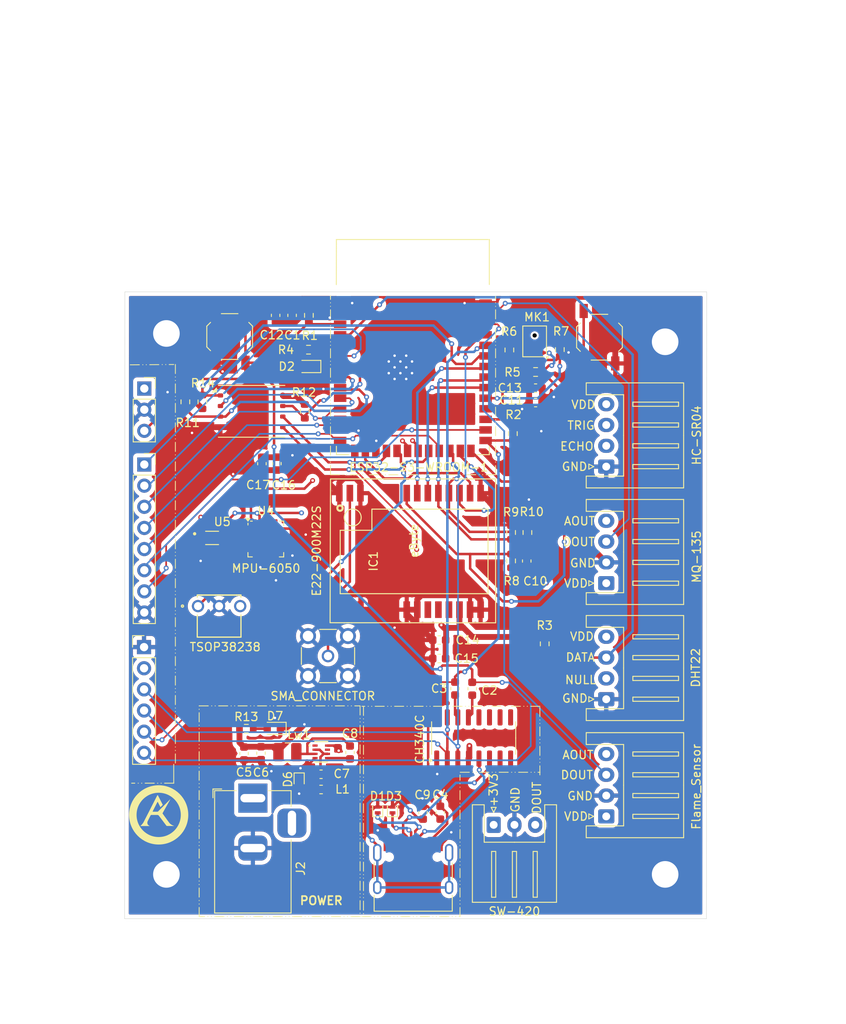
<source format=kicad_pcb>
(kicad_pcb (version 20241229) (generator "pcbnew") (generator_version "9.0")
  (layers (0 "F.Cu" signal) (4 "In1.Cu" signal) (6 "In2.Cu" signal) (2 "B.Cu" signal) (13 "F.Paste" user) (15 "B.Paste" user) (5 "F.SilkS" user "F.Silkscreen") (7 "B.SilkS" user "B.Silkscreen") (1 "F.Mask" user) (3 "B.Mask" user) (25 "Edge.Cuts" user))
  (net 0 "")
  (net 1 "/MCU_Core/+3V3")
  (net 2 "GND")
  (net 3 "Net-(U2-~{DTR})")
  (net 4 "/MCU_Core/EN")
  (net 5 "/MCU_Core/IO0")
  (net 6 "Net-(U2-~{RTS})")
  (net 7 "Net-(U2-VCC)")
  (net 8 "/Power_Management/VIN_FILTERED")
  (net 9 "Net-(U9-BST)")
  (net 10 "Net-(U9-SW)")
  (net 11 "Net-(J1-SHIELD)")
  (net 12 "Net-(D1-A1)")
  (net 13 "Net-(D2-A)")
  (net 14 "Net-(D3-A1)")
  (net 15 "/Power_Management/VIN")
  (net 16 "Net-(D7-A)")
  (net 18 "/Communication/SPI_SCK")
  (net 20 "/Communication/LORA_CS")
  (net 21 "/Communication/SPI_MOSI")
  (net 22 "/Communication/LORA_BUSY")
  (net 23 "/Communication/LORA_DIO1")
  (net 24 "Net-(IC1-ANT)")
  (net 25 "/Communication/SPI_MISO")
  (net 27 "/Communication/D_LORA_RST")
  (net 28 "Net-(U2-UD+)")
  (net 30 "Net-(U2-UD-)")
  (net 32 "/MCU_Core/TXD0")
  (net 33 "/MCU_Core/RXD0")
  (net 34 "/Expansion_IO/EXP_IO18")
  (net 35 "/Expansion_IO/EXP_USB_D-")
  (net 36 "/Expansion_IO/EXP_IO17")
  (net 37 "/Expansion_IO/EXP_IO21")
  (net 38 "/Expansion_IO/EXP_IO35")
  (net 39 "/Expansion_IO/EXP_USB_D+")
  (net 40 "/Expansion_IO/EXP_IO6")
  (net 41 "/Audio_Input/AUDIO_SD")
  (net 42 "/Audio_Input/AUDIO_SCK")
  (net 43 "/Audio_Input/AUDIO_WS")
  (net 44 "/Environmental_Sensors/DHT22_DATA")
  (net 45 "Net-(U1-IO5)")
  (net 46 "/MCU_Core/FLASH_IO2")
  (net 47 "/MCU_Core/FL_1O3")
  (net 48 "/MCU_Core/FLASH_CS")
  (net 49 "/MCU_Core/FLASH_IO0")
  (net 50 "/Environmental_Sensors/US_ECHOD")
  (net 51 "/MCU_Core/FLASH_CLK")
  (net 52 "/Environmental_Sensors/FLAME_DIG_OUT")
  (net 53 "/Environmental_Sensors/IR_RECEIVER_IN")
  (net 54 "/Environmental_Sensors/VIBRATION_DO")
  (net 55 "/MCU_Core/FLASH_IO1")
  (net 56 "/Environmental_Sensors/US_TRIG")
  (net 57 "/Environmental_Sensors/SENSOR_I2C_SDA0")
  (net 58 "/Environmental_Sensors/MQ135_OUT")
  (net 59 "/Environmental_Sensors/SENSOR_I2C_SCL0")
  (footprint "Capacitor_SMD:C_0603_1608Metric" (layer "F.Cu") (at 136.49 81.65 -90)
    (property "Reference" "C17")
    (property "Value" "10uF" (hide yes))
  )
  (footprint "Capacitor_SMD:C_0603_1608Metric" (layer "F.Cu") (at 140.12 63.825 -90)
    (property "Reference" "C1")
    (property "Value" "10uF" (hide yes))
  )
  (footprint "Capacitor_SMD:C_0603_1608Metric" (layer "F.Cu") (at 155.87 123.585 90)
    (property "Reference" "C9")
    (property "Value" "0.1uF" (hide yes))
  )
  (footprint "TSOP38238:TSOP382" (layer "F.Cu") (at 128.8 98.76)
    (property "Reference" "U3" (hide yes))
    (property "Value" "TSOP38238")
  )
  (footprint "SMA_FEMALE:LPRS_SMA_CONNECTOR" (layer "F.Cu") (at 144.44 104.76)
    (property "Reference" "J4" (hide yes))
    (property "Value" "SMA_CONNECTOR")
  )
  (footprint "Resistor_SMD:R_0603_1608Metric" (layer "F.Cu") (at 141.65 75.365 -90)
    (property "Reference" "R12")
    (property "Value" "10K" (hide yes))
  )
  (footprint "Package_SON:WSON-8-1EP_8x6mm_P1.27mm_EP3.4x4.3mm" (layer "F.Cu") (at 135.25 75.355)
    (property "Reference" "U10" (hide yes))
    (property "Value" "W25Q128JVE")
  )
  (footprint "Resistor_SMD:R_0603_1608Metric" (layer "F.Cu") (at 172.33 67.937 -90)
    (property "Reference" "R7")
    (property "Value" "10k" (hide yes))
  )
  (footprint "Sensor_Audio:Knowles_SPH0645LM4H-6_3.5x2.65mm" (layer "F.Cu") (at 169.3 66.95 180)
    (property "Reference" "MK1")
    (property "Value" "SPH0645LM4H" (hide yes))
  )
  (footprint "Resistor_SMD:R_0603_1608Metric" (layer "F.Cu") (at 142.14 63.825 -90)
    (property "Reference" "R1")
    (property "Value" "10k" (hide yes))
  )
  (footprint "LOGO" (layer "F.Cu") (at 123.94 123.47)
    (property "Reference" "G***" (hide yes))
    (property "Value" "LOGO" (hide yes))
  )
  (footprint "Connector_BarrelJack:BarrelJack_Horizontal" (layer "F.Cu") (at 135.4 121.84 90)
    (property "Reference" "J2")
    (property "Value" "Barrel_Jack")
  )
  (footprint "Resistor_SMD:R_0603_1608Metric" (layer "F.Cu") (at 127.28 74.215 -90)
    (property "Reference" "R11")
    (property "Value" "10K" (hide yes))
  )
  (footprint "MODIFIED_FOOTPRINT:ESP32-S3-WROOM-1" (layer "F.Cu") (at 154.65 67.61)
    (property "Reference" "U1" (hide yes))
    (property "Value" "ESP32-S3-WROOM-1")
  )
  (footprint "Capacitor_SMD:C_0603_1608Metric" (layer "F.Cu") (at 138.14 63.825 -90)
    (property "Reference" "C12")
    (property "Value" "0.1uF" (hide yes))
  )
  (footprint "Connector_PinSocket_2.54mm:PinSocket_1x03_P2.54mm_Vertical" (layer "F.Cu") (at 122.34 72.62)
    (property "Reference" "J6" (hide yes))
    (property "Value" "Conn_01x03" (hide yes))
  )
  (footprint "Capacitor_SMD:C_0603_1608Metric" (layer "F.Cu") (at 169.415 72.57)
    (property "Reference" "C13")
    (property "Value" "10uF" (hide yes))
  )
  (footprint "Sensor_Motion:InvenSense_QFN-24_4x4mm_P0.5mm" (layer "F.Cu") (at 136.96 90.7)
    (property "Reference" "U4")
    (property "Value" "MPU-6050")
  )
  (footprint "Package_SO:SOIC-16_3.9x9.9mm_P1.27mm" (layer "F.Cu") (at 161.965 114.61 90)
    (property "Reference" "U2" (hide yes))
    (property "Value" "CH340C")
  )
  (footprint "Resistor_SMD:R_0603_1608Metric" (layer "F.Cu") (at 166.47 89.915 90)
    (property "Reference" "R9")
    (property "Value" "10k" (hide yes))
  )
  (footprint "Connector_JST:JST_XH_S4B-XH-A_1x04_P2.50mm_Horizontal" (layer "F.Cu") (at 177.915 96.01 90)
    (property "Reference" "X1" (hide yes))
    (property "Value" "MQ-135")
  )
  (footprint "Capacitor_SMD:C_0603_1608Metric" (layer "F.Cu") (at 147.09 116.345 90)
    (property "Reference" "C8")
    (property "Value" "0.1uF" (hide yes))
  )
  (footprint "MountingHole:MountingHole_3.2mm_M3_Pad" (layer "F.Cu") (at 125 66)
    (property "Reference" "H1" (hide yes))
    (property "Value" "MountingHole_Pad" (hide yes))
  )
  (footprint "Capacitor_SMD:C_0603_1608Metric" (layer "F.Cu") (at 136.38 116.435 -90)
    (property "Reference" "C6")
    (property "Value" "0.1uF" (hide yes))
  )
  (footprint "Connector_JST:JST_XH_S4B-XH-A_1x04_P2.50mm_Horizontal" (layer "F.Cu") (at 177.915 109.95 90)
    (property "Reference" "U8" (hide yes))
    (property "Value" "DHT22")
  )
  (footprint "Connector_PinSocket_2.54mm:PinSocket_1x08_P2.54mm_Vertical" (layer "F.Cu") (at 122.34 81.75)
    (property "Reference" "J5" (hide yes))
    (property "Value" "Conn_01x08" (hide yes))
  )
  (footprint "MountingHole:MountingHole_3.2mm_M3_Pad" (layer "F.Cu") (at 125 131)
    (property "Reference" "H2" (hide yes))
    (property "Value" "MountingHole_Pad" (hide yes))
  )
  (footprint "Capacitor_SMD:C_0603_1608Metric" (layer "F.Cu") (at 168.35 93.345 90)
    (property "Reference" "C10")
    (property "Value" "0.1uF" (hide yes))
  )
  (footprint "Resistor_SMD:R_0603_1608Metric" (layer "F.Cu") (at 169.415 70.63 180)
    (property "Reference" "R5")
    (property "Value" "10k" (hide yes))
  )
  (footprint "Connector_PinHeader_2.54mm:PinHeader_1x06_P2.54mm_Vertical" (layer "F.Cu") (at 122.31 103.69)
    (property "Reference" "J3" (hide yes))
    (property "Value" "Conn_01x06" (hide yes))
  )
  (footprint "Connector_JST:JST_XH_S4B-XH-A_1x04_P2.50mm_Horizontal" (layer "F.Cu") (at 177.915 82 90)
    (property "Reference" "U6" (hide yes))
    (property "Value" "HC-SR04")
  )
  (footprint "Button_Switch_SMD:SW_SPST_TL3342" (layer "F.Cu") (at 132.61 66.37 90)
    (property "Reference" "SW1" (hide yes))
    (property "Value" "SW_Push" (hide yes))
  )
  (footprint "Resistor_SMD:R_0603_1608Metric" (layer "F.Cu") (at 134.615 113.5)
    (property "Reference" "R13")
    (property "Value" "330" (hide yes))
  )
  (footprint "Resistor_SMD:R_0603_1608Metric" (layer "F.Cu") (at 166.47 93.33 90)
    (property "Reference" "R8")
    (property "Value" "10k" (hide yes))
  )
  (footprint "Resistor_SMD:R_0603_1608Metric" (layer "F.Cu") (at 166.26 67.985 -90)
    (property "Reference" "R6")
    (property "Value" "10k" (hide yes))
  )
  (footprint "E22-900M22S:E22-900M22S" (layer "F.Cu") (at 154.8 92.19 -90)
    (property "Reference" "IC1")
    (property "Value" "E22-900M22S")
  )
  (footprint "Diode_SMD:D_SOD-882" (layer "F.Cu") (at 152.2 123.2575 90)
    (property "Reference" "D3")
    (property "Value" "PESD5V0S1UL" (hide yes))
  )
  (footprint "Button_Switch_SMD:SW_SPST_TL3342" (layer "F.Cu") (at 177.1 66.45 -90)
    (property "Reference" "SW2" (hide yes))
    (property "Value" "SW_Push" (hide yes))
  )
  (footprint "Capacitor_SMD:C_0603_1608Metric" (layer "F.Cu") (at 157.815 102.84 180)
    (property "Reference" "C14")
    (property "Value" "0.1uF" (hide yes))
  )
  (footprint "Diode_SMD:D_SOD-882" (layer "F.Cu") (at 150.42 123.2575 90)
    (property "Reference" "D1")
    (property "Value" "PESD5V0S1UL" (hide yes))
  )
  (footprint "Resistor_SMD:R_0603_1608Metric" (layer "F.Cu") (at 166.68 78.035 90)
    (property "Reference" "R2")
    (property "Value" "10k" (hide yes))
  )
  (footprint "Capacitor_SMD:C_0603_1608Metric" (layer "F.Cu") (at 143.605 118.97 180)
    (property "Reference" "C7")
    (property "Value" "10uF" (hide yes))
  )
  (footprint "Resistor_SMD:R_0603_1608Metric" (layer "F.Cu") (at 129.33 74.225 90)
    (property "Reference" "R14")
    (property "Value" "10K" (hide yes))
  )
  (footprint "BH1750:XDCR_BH1750FVI-TR" (layer "F.Cu") (at 130.495 90.57)
    (property "Reference" "U5")
    (property "Value" "BH1750FVI-TR")
  )
  (footprint "Resistor_SMD:R_0603_1608Metric" (layer "F.Cu") (at 168.43 89.92 90)
    (property "Reference" "R10")
    (property "Value" "10k" (hide yes))
  )
  (footprint "LED_SMD:LED_0603_1608Metric" (layer "F.Cu") (at 142.095 69.97 180)
    (property "Reference" "D2")
    (property "Value" "LED" (hide yes))
  )
  (footprint "Resistor_SMD:R_0603_1608Metric" (layer "F.Cu") (at 170.51 103.295 90)
    (property "Reference" "R3")
    (property "Value" "10k" (hide yes))
  )
  (footprint "Capacitor_SMD:C_0603_1608Metric" (layer "F.Cu") (at 161.79 108.69 -90)
    (property "Reference" "C2")
    (property "Value" "0.1uF" (hide yes))
  )
  (footprint "MountingHole:MountingHole_3.2mm_M3_Pad" (layer "F.Cu") (at 185 131)
    (property "Reference" "H3" (hide yes))
    (property "Value" "MountingHole_Pad")
  )
  (footprint "Resistor_SMD:R_0603_1608Metric" (layer "F.Cu") (at 142.095 67.95 180)
    (property "Reference" "R4")
    (property "Value" "330" (hide yes))
  )
  (footprint "Inductor_SMD:L_0603_1608Metric" (layer "F.Cu") (at 143.61 120.8)
    (property "Reference" "L1")
    (property "Value" "L_Ferrite" (hide yes))
  )
  (footprint "Capacitor_SMD:C_0603_1608Metric" (layer "F.Cu") (at 169.415 74.3)
    (property "Reference" "C11")
    (property "Value" "0.1uF" (hide yes))
  )
  (footprint "Connector_USB:USB_C_Receptacle_HRO_TYPE-C-31-M-12" (layer "F.Cu") (at 154.69 131.52)
    (property "Reference" "J1" (hide yes))
    (property "Value" "USB_C_Receptacle_USB2.0_14P" (hide yes))
  )
  (footprint "Connector_JST:JST_XH_S3B-XH-A_1x03_P2.50mm_Horizontal" (layer "F.Cu") (at 164.37 125.045)
    (property "Reference" "X4" (hide yes))
    (property "Value" "SW-420")
  )
  (footprint "Diode_SMD:D_SOD-882" (layer "F.Cu") (at 140.97 119.62 -90)
    (property "Reference" "D6")
    (property "Value" "PESD5V0S1UL" (hide yes))
  )
  (footprint "MountingHole:MountingHole_3.2mm_M3_Pad" (layer "F.Cu") (at 185 67)
    (property "Reference" "H4" (hide yes))
    (property "Value" "MountingHole_Pad" (hide yes))
  )
  (footprint "Inductor_SMD:L_1008_2520Metric" (layer "F.Cu") (at 139.555 116.31)
    (property "Reference" "Lw1")
    (property "Value" "4.7uH" (hide yes))
  )
  (footprint "Capacitor_SMD:C_0603_1608Metric" (layer "F.Cu") (at 134.34 116.47 -90)
    (property "Reference" "C5")
    (property "Value" "10uF" (hide yes))
  )
  (footprint "Capacitor_SMD:C_0603_1608Metric" (layer "F.Cu") (at 157.95 123.585 90)
    (property "Reference" "C4")
    (property "Value" "0.1uF" (hide yes))
  )
  (footprint "MP2333:SOT583_MP2333C_MNP" (layer "F.Cu") (at 143.63 116.27)
    (property "Reference" "U9" (hide yes))
    (property "Value" "MP2333CGTL-Z" (hide yes))
  )
  (footprint "Capacitor_SMD:C_0603_1608Metric" (layer "F.Cu") (at 157.815 105.06 180)
    (property "Reference" "C15")
    (property "Value" "10uF" (hide yes))
  )
  (footprint "Capacitor_SMD:C_0603_1608Metric" (layer "F.Cu") (at 159.73 108.67 -90)
    (property "Reference" "C3")
    (property "Value" "0.1uF" (hide yes))
  )
  (footprint "Connector_JST:JST_XH_S4B-XH-A_1x04_P2.50mm_Horizontal" (layer "F.Cu") (at 177.915 124.03 90)
    (property "Reference" "X6" (hide yes))
    (property "Value" "Flame_Sensor")
  )
  (footprint "LED_SMD:LED_0603_1608Metric" (layer "F.Cu") (at 137.9175 113.46 180)
    (property "Reference" "D7")
    (property "Value" "LED" (hide yes))
  )
  (footprint "Capacitor_SMD:C_0603_1608Metric" (layer "F.Cu") (at 138.29 81.64 -90)
    (property "Reference" "C16")
    (property "Value" "0.1uF" (hide yes))
  )
  (gr_line (start 160.345 118.73) (end 169.955 118.73) (stroke (width 0.1) (type dash_dot_dot)) (layer "F.SilkS"))
  (gr_rect (start 128.94 110.75) (end 148.3 136.07) (stroke (width 0.1) (type dash_dot_dot)) (fill no) (layer "F.SilkS"))
  (gr_line (start 164.600373 82.97) (end 164.600373 61.55) (stroke (width 0.1) (type dash_dot_dot)) (layer "F.SilkS"))
  (gr_line (start 126.08 69.72) (end 126.08 117.76) (stroke (width 0.1) (type dash_dot_dot)) (layer "F.SilkS"))
  (gr_circle (center 124.07 123.850875) (end 126.469632 125.830599) (stroke (width 0.9)) (fill no) (layer "F.SilkS"))
  (gr_line (start 169.93 119.05) (end 169.93 110.8) (stroke (width 0.1) (type dash_dot_dot)) (layer "F.SilkS"))
  (gr_line (start 160.32 136.07) (end 160.32 119.05) (stroke (width 0.1) (type dash_dot_dot)) (layer "F.SilkS"))
  (gr_line (start 144.74 82.97) (end 144.74 61.47) (stroke (width 0.1) (type dash_dot_dot)) (layer "F.SilkS"))
  (gr_line (start 120.65 69.77) (end 125.88 69.73) (stroke (width 0.1) (type dash_dot_dot)) (layer "F.SilkS"))
  (gr_line (start 148.52 136.07) (end 160.32 136.07) (stroke (width 0.1) (type dash_dot_dot)) (layer "F.SilkS"))
  (gr_line (start 148.71 110.805) (end 148.71 136.075) (stroke (width 0.1) (type dash_dot_dot)) (layer "F.SilkS"))
  (gr_line (start 144.74 82.97) (end 164.600373 82.97) (stroke (width 0.1) (type dash_dot_dot)) (layer "F.SilkS"))
  (gr_line (start 125.88 120.04) (end 120.81 120.04) (stroke (width 0.1) (type dash_dot_dot)) (layer "F.SilkS"))
  (gr_line (start 125.88 117.77) (end 125.88 120.04) (stroke (width 0.1)) (layer "F.SilkS"))
  (gr_line (start 169.93 110.8) (end 148.52 110.8) (stroke (width 0.1) (type dash_dot_dot)) (layer "F.SilkS"))
  (gr_line (start 120 61) (end 190 61) (stroke (width 0.05)) (layer "Edge.Cuts"))
  (gr_line (start 189.97 136.32) (end 119.97 136.32) (stroke (width 0.05)) (layer "Edge.Cuts"))
  (gr_line (start 119.97 136.32) (end 120 61) (stroke (width 0.05)) (layer "Edge.Cuts"))
  (gr_line (start 190 61) (end 189.97 136.32) (stroke (width 0.05)) (layer "Edge.Cuts"))
  (gr_text "VDD\n" (at 173.46 103 0) (layer "F.SilkS") (effects (font (size 1 1)) (justify left bottom)))
  (gr_text "VDD\n" (at 172.74 96.61 0) (layer "F.SilkS") (effects (font (size 1 1)) (justify left bottom)))
  (gr_text "GND\n" (at 172.48 82.59 0) (layer "F.SilkS") (effects (font (size 1 1)) (justify left bottom)))
  (gr_text "GND\n" (at 172.52 110.44 0) (layer "F.SilkS") (effects (font (size 1 1)) (justify left bottom)))
  (gr_text "ECHO\n" (at 172.28 80.15 0) (layer "F.SilkS") (effects (font (size 1 1)) (justify left bottom)))
  (gr_text "DOUT" (at 172.35 119.64 0) (layer "F.SilkS") (effects (font (size 1 1)) (justify left bottom)))
  (gr_text "+3V3\n" (at 164.94 122.945 90) (layer "F.SilkS") (effects (font (size 1 1)) (justify left bottom)))
  (gr_text "DATA" (at 172.96 105.51 0) (layer "F.SilkS") (effects (font (size 1 1)) (justify left bottom)))
  (gr_text "VDD\n" (at 173.62 75.14 0) (layer "F.SilkS") (effects (font (size 1 1)) (justify left bottom)))
  (gr_text "GND\n" (at 173.47 94.18 0) (layer "F.SilkS") (effects (font (size 1 1)) (justify left bottom)))
  (gr_text "GND\n" (at 173.15 122.17 0) (layer "F.SilkS") (effects (font (size 1 1)) (justify left bottom)))
  (gr_text "VDD\n" (at 172.75 124.62 0) (layer "F.SilkS") (effects (font (size 1 1)) (justify left bottom)))
  (gr_text "DOUT" (at 172.58 91.63 0) (layer "F.SilkS") (effects (font (size 1 1)) (justify left bottom)))
  (gr_text "POWER " (at 140.95 134.74 0) (layer "F.SilkS") (effects (font (size 1 1) (thickness 0.2) (bold yes)) (justify left bottom)))
  (gr_text "TRIG\n" (at 173.15 77.64 0) (layer "F.SilkS") (effects (font (size 1 1)) (justify left bottom)))
  (gr_text "AOUT\n" (at 172.74 89.13 0) (layer "F.SilkS") (effects (font (size 1 1)) (justify left bottom)))
  (gr_text "AOUT\n" (at 172.55 117.23 0) (layer "F.SilkS") (effects (font (size 1 1)) (justify left bottom)))
  (gr_text "GND\n" (at 167.56 123.65 90) (layer "F.SilkS") (effects (font (size 1 1)) (justify left bottom)))
  (gr_text "DOUT\n\n" (at 171.75 123.82 90) (layer "F.SilkS") (effects (font (size 1 1)) (justify left bottom)))
  (gr_text "NULL\n" (at 172.87 108.21 0) (layer "F.SilkS") (effects (font (size 1 1)) (justify left bottom)))
  (segment (start 142.14 63) (end 143.55 63) (width 0.7) (layer "F.Cu") (net 1))
  (segment (start 140.13 114.445288) (end 138.48 116.095288) (width 0.7) (layer "F.Cu") (net 1))
  (segment (start 138.29 80.865) (end 139.935 80.865) (width 0.7) (layer "F.Cu") (net 1))
  (segment (start 160.26 99.19) (end 160.26 100.89) (width 0.7) (layer "F.Cu") (net 1))
  (segment (start 141.6 112.97) (end 140.13 114.44) (width 0.7) (layer "F.Cu") (net 1))
  (segment (start 136.49 80.875) (end 138.28 80.875) (width 0.7) (layer "F.Cu") (net 1))
  (segment (start 136.21 94) (end 136.3 94.09) (width 0.3) (layer "F.Cu") (net 1))
  (segment (start 168.59 70.63) (end 168.59 72.52) (width 0.7) (layer "F.Cu") (net 1))
  (segment (start 140.13 114.44) (end 140.13 114.445288) (width 0.7) (layer "F.Cu") (net 1))
  (segment (start 140.54 64.6) (end 142.14 63) (width 0.7) (layer "F.Cu") (net 1))
  (segment (start 170.2 88.975) (end 168.43 90.745) (width 0.7) (layer "F.Cu") (net 1))
  (segment (start 170.1 77.74) (end 169.62 77.26) (width 0.7) (layer "F.Cu") (net 1))
  (segment (start 170.18 87.44) (end 170.2 87.44) (width 0.7) (layer "F.Cu") (net 1))
  (segment (start 167.79 75.08) (end 168.54 74.33) (width 0.7) (layer "F.Cu") (net 1))
  (segment (start 161.45 116.965) (end 161.33 117.085) (width 0.7) (layer "F.Cu") (net 1))
  (segment (start 140.64 73.53) (end 141.65 74.54) (width 0.7) (layer "F.Cu") (net 1))
  (segment (start 160.745 101.375) (end 158.405 101.375) (width 0.7) (layer "F.Cu") (net 1))
  (segment (start 170.2 87.44) (end 170.2 88.975) (width 0.7) (layer "F.Cu") (net 1))
  (segment (start 138.91 91.95) (end 139.42 91.95) (width 0.3) (layer "F.Cu") (net 1))
  (segment (start 129.12 88.09) (end 129.14 88.07) (width 0.3) (layer "F.Cu") (net 1))
  (segment (start 138.14 64.6) (end 140.12 64.6) (width 0.7) (layer "F.Cu") (net 1))
  (segment (start 136.38 115.66) (end 134.375 115.66) (width 0.7) (layer "F.Cu") (net 1))
  (segment (start 144.65 64.1) (end 145.13 63.62) (width 0.7) (layer "F.Cu") (net 1))
  (segment (start 140.16 73.53) (end 140.64 73.53) (width 0.7) (layer "F.Cu") (net 1))
  (segment (start 161.84 102.47) (end 170.51 102.47) (width 0.7) (layer "F.Cu") (net 1))
  (segment (start 168.7 85.96) (end 170.18 87.44) (width 0.7) (layer "F.Cu") (net 1))
  (segment (start 158.65 101.62) (end 158.65 102.78) (width 0.7) (layer "F.Cu") (net 1))
  (segment (start 136.21 92.65) (end 136.21 94) (width 0.3) (layer "F.Cu") (net 1))
  (segment (start 166.47 94.155) (end 168.315 94.155) (width 0.7) (layer "F.Cu") (net 1))
  (segment (start 168.54 74.33) (end 168.61 74.33) (width 0.7) (layer "F.Cu") (net 1))
  (segment (start 168.4 68.314) (end 168.4 70.44) (width 0.7) (layer "F.Cu") (net 1))
  (segment (start 166.73 77.26) (end 166.68 77.21) (width 0.7) (layer "F.Cu") (net 1))
  (segment (start 125.48 73.39) (end 125.14 73.05) (width 0.7) (layer "F.Cu") (net 1))
  (segment (start 138.48 116.095288) (end 138.48 116.31) (width 0.7) (layer "F.Cu") (net 1))
  (segment (start 168.83 94.12) (end 168.35 94.12) (width 0.7) (layer "F.Cu") (net 1))
  (segment (start 143.55 63) (end 144.65 64.1) (width 0.7) (layer "F.Cu") (net 1))
  (segment (start 168.61 85.96) (end 168.7 85.96) (width 0.7) (layer "F.Cu") (net 1))
  (segment (start 140.16 73.53) (end 139.08 73.53) (width 0.7) (layer "F.Cu") (net 1))
  (segment (start 139.935 80.865) (end 140.16 80.64) (width 0.7) (layer "F.Cu") (net 1))
  (segment (start 158.59 102.84) (end 158.59 105.06) (width 0.7) (layer "F.Cu") (net 1))
  (segment (start 139.08 73.53) (end 139 73.45) (width 0.7) (layer "F.Cu") (net 1))
  (segment (start 134.375 115.66) (end 134.34 115.695) (width 0.7) (layer "F.Cu") (net 1))
  (segment (start 133.79 115.145) (end 134.34 115.695) (width 0.7) (layer "F.Cu") (net 1))
  (segment (start 169.62 77.26) (end 166.73 77.26) (width 0.7) (layer "F.Cu") (net 1))
  (segment (start 145.13 63.62) (end 145.9 63.62) (width 0.7) (layer "F.Cu") (net 1))
  (segment (start 160.26 100.89) (end 160.745 101.375) (width 0.7) (layer "F.Cu") (net 1))
  (segment (start 140.12 64.6) (end 140.54 64.6) (width 0.7) (layer "F.Cu") (net 1))
  (segment (start 127.28 73.39) (end 127.67 73.39) (width 0.7) (layer "F.Cu") (net 1))
  (segment (start 168.43 90.745) (end 168.805 90.745) (width 0.7) (layer "F.Cu") (net 1))
  (segment (start 133.79 113.5) (end 133.79 115.145) (width 0.7) (layer "F.Cu") (net 1))
  (segment (start 158.405 101.375) (end 158.073438 101.043438) (width 0.7) (layer "F.Cu") (net 1))
  (segment (start 168.59 72.52) (end 168.64 72.57) (width 0.7) (layer "F.Cu") (net 1))
  (segment (start 139.42 91.95) (end 140.16 92.69) (width 0.3) (layer "F.Cu") (net 1))
  (segment (start 129.12 90.07) (end 129.12 88.09) (width 0.3) (layer "F.Cu") (net 1))
  (segment (start 160.745 101.375) (end 161.84 102.47) (width 0.7) (layer "F.Cu") (net 1))
  (segment (start 168.64 74.3) (end 168.64 72.57) (width 0.7) (layer "F.Cu") (net 1))
  (segment (start 168.61 74.33) (end 168.64 74.3) (width 0.7) (layer "F.Cu") (net 1))
  (segment (start 166.26 68.81) (end 166.77 68.81) (width 0.7) (layer "F.Cu") (net 1))
  (segment (start 127.28 73.39) (end 125.48 73.39) (width 0.7) (layer "F.Cu") (net 1))
  (segment (start 138.28 80.875) (end 138.29 80.865) (width 0.7) (layer "F.Cu") (net 1))
  (segment (start 137.83 115.66) (end 138.48 116.31) (width 0.7) (layer "F.Cu") (net 1))
  (segment (start 168.315 94.155) (end 168.35 94.12) (width 0.7) (layer "F.Cu") (net 1))
  (segment (start 136.38 115.66) (end 137.83 115.66) (width 0.7) (layer "F.Cu") (net 1))
  (segment (start 161.45 115.55) (end 161.45 116.965) (width 0.7) (layer "F.Cu") (net 1))
  (segment (start 168.4 70.44) (end 168.59 70.63) (width 0.7) (layer "F.Cu") (net 1))
  (segment (start 158.65 102.78) (end 158.59 102.84) (width 0.7) (layer "F.Cu") (net 1))
  (segment (start 170.67 95.96) (end 168.83 94.12) (width 0.7) (layer "F.Cu") (net 1))
  (segment (start 166.77 68.81) (end 168.59 70.63) (width 0.7) (layer "F.Cu") (net 1))
  (segment (start 127.67 73.39) (end 129.33 75.05) (width 0.7) (layer "F.Cu") (net 1))
  (segment (start 158.073438 101.043438) (end 158.65 101.62) (width 0.7) (layer "F.Cu") (net 1))
  (via blind (at 170.67 95.96) (size 0.6) (drill 0.3) (layers "F.Cu" "In1.Cu") (net 1))
  (via blind (at 168.61 85.96) (size 0.6) (drill 0.3) (layers "F.Cu" "In1.Cu") (net 1))
  (via blind (at 167.79 75.08) (size 0.6) (drill 0.3) (layers "F.Cu" "In1.Cu") (net 1))
  (via blind (at 136.3 94.09) (size 0.6) (drill 0.3) (layers "F.Cu" "In1.Cu") (net 1))
  (via blind (at 140.16 73.53) (size 0.6) (drill 0.3) (layers "F.Cu" "In1.Cu") (net 1))
  (via blind (at 170.1 77.74) (size 0.6) (drill 0.3) (layers "F.Cu" "In1.Cu") (net 1))
  (via blind (at 141.6 112.97) (size 0.6) (drill 0.3) (layers "F.Cu" "In1.Cu") (net 1))
  (via blind (at 140.16 80.64) (size 0.6) (drill 0.3) (layers "F.Cu" "In1.Cu") (net 1))
  (via blind (at 144.65 64.1) (size 0.6) (drill 0.3) (layers "F.Cu" "In1.Cu") (net 1))
  (via blind (at 129.14 88.07) (size 0.6) (drill 0.3) (layers "F.Cu" "In1.Cu") (net 1))
  (via blind (at 140.16 92.69) (size 0.6) (drill 0.3) (layers "F.Cu" "In1.Cu") (net 1))
  (via blind (at 161.45 115.55) (size 0.6) (drill 0.3) (layers "F.Cu" "In1.Cu") (net 1))
  (via blind (at 158.073438 101.043438) (size 0.6) (drill 0.3) (layers "F.Cu" "In1.Cu") (net 1))
  (via blind (at 125.14 73.05) (size 0.6) (drill 0.3) (layers "F.Cu" "In1.Cu") (net 1))
  (segment (start 145.8 99.19) (end 147.07 99.19) (width 0.7) (layer "F.Cu") (net 2))
  (segment (start 147.76 83.4) (end 148.34 83.98) (width 0.7) (layer "F.Cu") (net 2))
  (segment (start 150.29 99.19) (end 152.45 101.35) (width 0.7) (layer "F.Cu") (net 2))
  (segment (start 141.85 90.06) (end 141.91 90.12) (width 0.3) (layer "F.Cu") (net 2))
  (segment (start 145.4 61.85) (end 145.9 62.35) (width 0.7) (layer "F.Cu") (net 2))
  (segment (start 148.34 99.19) (end 150.29 99.19) (width 0.7) (layer "F.Cu") (net 2))
  (segment (start 141.65 90.06) (end 141.85 90.06) (width 0.3) (layer "F.Cu") (net 2))
  (segment (start 125 66) (end 127.93 66) (width 0.7) (layer "F.Cu") (net 2))
  (segment (start 181.3 63.3) (end 185 67) (width 0.7) (layer "F.Cu") (net 2))
  (segment (start 136.71 93.2) (end 138.21 94.7) (width 0.3) (layer "F.Cu") (net 2))
  (segment (start 157.04 102.84) (end 157.04 105.06) (width 0.3) (layer "F.Cu") (net 2))
  (segment (start 131.76 70.57) (end 130.71 69.52) (width 0.7) (layer "F.Cu") (net 2))
  (segment (start 162.18 97.46) (end 162.8 98.08) (width 0.7) (layer "F.Cu") (net 2))
  (segment (start 166.47 89.09) (end 166.47 88.86) (width 0.7) (layer "F.Cu") (net 2))
  (segment (start 168.638 66.498653) (end 168.638 66.24) (width 0.3) (layer "F.Cu") (net 2))
  (segment (start 150.101514 122.9075) (end 149.719 123.290014) (width 0.3) (layer "F.Cu") (net 2))
  (segment (start 146.358 83.4) (end 147.76 83.4) (width 0.7) (layer "F.Cu") (net 2))
  (segment (start 138.05 112.21) (end 138.705 112.865) (width 0.7) (layer "F.Cu") (net 2))
  (segment (start 149.719 124.999) (end 150.43 125.71) (width 0.3) (layer "F.Cu") (net 2))
  (segment (start 145.725 116.135) (end 145.109999 115.519999) (width 0.3) (layer "F.Cu") (net 2))
  (segment (start 155.35 101.15) (end 157.04 102.84) (width 0.7) (layer "F.Cu") (net 2))
  (segment (start 145.109999 115.519999) (end 144.3793 115.519999) (width 0.3) (layer "F.Cu") (net 2))
  (segment (start 136.38 117.61) (end 136.38 117.21) (width 0.7) (layer "F.Cu") (net 2))
  (segment (start 179 63.3) (end 181.3 63.3) (width 0.7) (layer "F.Cu") (net 2))
  (segment (start 133.345 77.26) (end 135.25 75.355) (width 0.7) (layer "F.Cu") (net 2))
  (segment (start 136.49 82.425) (end 133.505 82.425) (width 0.7) (layer "F.Cu") (net 2))
  (segment (start 145.8 85.19) (end 145.8 83.958) (width 0.7) (layer "F.Cu") (net 2))
  (segment (start 138.05 112.2) (end 138.05 112.21) (width 0.7) (layer "F.Cu") (net 2))
  (segment (start 128.77 77.26) (end 128.08 77.95) (width 0.7) (layer "F.Cu") (net 2))
  (segment (start 166.02 86.62) (end 166.02 87.1) (width 0.7) (layer "F.Cu") (net 2))
  (segment (start 179 63.3) (end 179 69.6) (width 0.7) (layer "F.Cu") (net 2))
  (segment (start 155.15 101.35) (end 155.35 101.15) (width 0.7) (layer "F.Cu") (net 2))
  (segment (start 155.87 122.81) (end 156.4 122.81) (width 0.3) (layer "F.Cu") (net 2))
  (segment (start 157.58 118.94) (end 157.58 117.145) (width 0.3) (layer "F.Cu") (net 2))
  (segment (start 143.09 69.97) (end 143.89 70.77) (width 0.7) (layer "F.Cu") (net 2))
  (segment (start 157.991 127.219) (end 157.991 127.372662) (width 0.7) (layer "F.Cu") (net 2))
  (segment (start 171.38 86.54) (end 169.7 84.86) (width 0.7) (layer "F.Cu") (net 2))
  (segment (start 142.83 118.97) (end 142.83 118.85) (width 0.7) (layer "F.Cu") (net 2))
  (segment (start 134.34 117.245) (end 136.345 117.245) (width 0.7) (layer "F.Cu") (net 2))
  (segment (start 152.45 101.35) (end 155.15 101.35) (width 0.7) (layer "F.Cu") (net 2))
  (segment (start 141.32 61.85) (end 145.4 61.85) (width 0.7) (layer "F.Cu") (net 2))
  (segment (start 173.38 68.28) (end 173.38 68.162) (width 0.7) (layer "F.Cu") (net 2))
  (segment (start 137.37 118.6) (end 136.38 117.61) (width 0.7) (layer "F.Cu") (net 2))
  (segment (start 151.44 126.72) (end 150.43 125.71) (width 0.3) (layer "F.Cu") (net 2))
  (segment (start 145.716504 85.19) (end 145.8 85.19) (width 0.7) (layer "F.Cu") (net 2))
  (segment (start 150.42 122.9075) (end 150.101514 122.9075) (width 0.3) (layer "F.Cu") (net 2))
  (segment (start 141.13 118.24) (end 141.660701 118.24) (width 0.3) (layer "F.Cu") (net 2))
  (segment (start 136.345 117.245) (end 136.38 117.21) (width 0.7) (layer "F.Cu") (net 2))
  (segment (start 142.22 118.24) (end 141.13 118.24) (width 0.7) (layer "F.Cu") (net 2))
  (segment (start 166.02 87.1) (end 166.025 87.105) (width 0.7) (layer "F.Cu") (net 2))
  (segment (start 173.38 68.162) (end 172.33 67.112) (width 0.7) (layer "F.Cu") (net 2))
  (segment (start 130.71 63.22) (end 130.71 69.52) (width 0.7) (layer "F.Cu") (net 2))
  (segment (start 136.49 82.425) (end 138.28 82.425) (width 0.7) (layer "F.Cu") (net 2))
  (segment (start 168.35 92.57) (end 176.975 92.57) (width 0.7) (layer "F.Cu") (net 2))
  (segment (start 160.87 62.35) (end 163.4 62.35) (width 0.7) (layer "F.Cu") (net 2))
  (segment (start 127.93 66) (end 130.71 63.22) (width 0.7) (layer "F.Cu") (net 2))
  (segment (start 142.8825 69.97) (end 143.09 69.97) (width 0.7) (layer "F.Cu") (net 2))
  (segment (start 155.87 121.93) (end 155.81 121.87) (width 0.3) (layer "F.Cu") (net 2))
  (segment (start 131.5 77.26) (end 128.77 77.26) (width 0.7) (layer "F.Cu") (net 2))
  (segment (start 131.5 77.26) (end 133.345 77.26) (width 0.7) (layer "F.Cu") (net 2))
  (segment (start 152.2 122.9075) (end 153.2375 121.87) (width 0.3) (layer "F.Cu") (net 2))
  (segment (start 170.19 73.3) (end 170.19 74.3) (width 0.7) (layer "F.Cu") (net 2))
  (segment (start 162.8 98.08) (end 162.8 99.19) (width 0.7) (layer "F.Cu") (net 2))
  (segment (start 153.2375 121.87) (end 155.81 121.87) (width 0.3) (layer "F.Cu") (net 2))
  (segment (start 169.7 84.86) (end 167.78 84.86) (width 0.7) (layer "F.Cu") (net 2))
  (segment (start 143.89 70.77) (end 143.89 72.67) (width 0.7) (layer "F.Cu") (net 2))
  (segment (start 153.91 99.19) (end 155.18 99.19) (width 0.7) (layer "F.Cu") (net 2))
  (segment (start 156.4 122.81) (end 157.95 124.36) (width 0.3) (layer "F.Cu") (net 2))
  (segment (start 170.19 72.57) (end 170.19 73.3) (width 0.7) (layer "F.Cu") (net 2))
  (segment (start 166.025 88.415) (end 162.8 85.19) (width 0.7) (layer "F.Cu") (net 2))
  (segment (start 129.12 93.33) (end 129.11 93.34) (width 0.3) (layer "F.Cu") (net 2))
  (segment (start 145.8 83.958) (end 146.358 83.4) (width 0.7) (layer "F.Cu") (net 2))
  (segment (start 145.9 62.35) (end 147.35 62.35) (width 0.7) (layer "F.Cu") (net 2))
  (segment (start 157.58 117.145) (end 157.52 117.085) (width 0.3) (layer "F.Cu") (net 2))
  (segment (start 138.14 63.05) (end 140.12 63.05) (width 0.7) (layer "F.Cu") (net 2))
  (segment (start 167.78 84.86) (end 166.02 86.62) (width 0.7) (layer "F.Cu") (net 2))
  (segment (start 166.47 88.86) (end 166.025 88.415) (width 0.7) (layer "F.Cu") (net 2))
  (segment (start 138.29 82.415) (end 142.941504 82.415) (width 0.7) (layer "F.Cu") (net 2))
  (segment (start 155.18 99.19) (end 155.18 97.958) (width 0.7) (layer "F.Cu") (net 2))
  (segment (start 150.42 122.9075) (end 152.2 122.9075) (width 0.3) (layer "F.Cu") (net 2))
  (segment (start 170.52 73.63) (end 170.19 73.3) (width 0.7) (layer "F.Cu") (net 2))
  (segment (start 170.2 67.492) (end 169.631347 67.492) (width 0.3) (layer "F.Cu") (net 2))
  (segment (start 149.719 123.290014) (end 149.719 124.999) (width 0.3) (layer "F.Cu") (net 2))
  (segment (start 159.27 125.94) (end 157.991 127.219) (width 0.7) (layer "F.Cu") (net 2))
  (segment (start 148.34 83.98) (end 148.34 85.19) (width 0.7) (layer "F.Cu") (net 2))
  (segment (start 142.83 118.85) (end 142.22 118.24) (width 0.7) (layer "F.Cu") (net 2))
  (segment (start 138.28 82.425) (end 138.29 82.415) (width 0.7) (layer "F.Cu") (net 2))
  (segment (start 155.678 97.46) (end 162.18 97.46) (width 0.7) (layer "F.Cu") (net 2))
  (segment (start 171.38 89.54) (end 171.38 86.54) (width 0.7) (layer "F.Cu") (net 2))
  (segment (start 171.928 66.71) (end 172.33 67.112) (width 0.3) (layer "F.Cu") (net 2))
  (segment (start 153.91 99.71) (end 155.35 101.15) (width 0.7) (layer "F.Cu") (net 2))
  (segment (start 138.21 94.7) (end 138.21 95.666) (width 0.3) (layer "F.Cu") (net 2))
  (segment (start 151.44 127.475) (end 151.44 126.72) (width 0.3) (layer "F.Cu") (net 2))
  (segment (start 168.35 92.57) (end 171.38 89.54) (width 0.7) (layer "F.Cu") (net 2))
  (segment (start 169.631347 67.492) (end 168.638 66.498653) (width 0.3) (layer "F.Cu") (net 2))
  (segment (start 142.941504 82.415) (end 145.716504 85.19) (width 0.7) (layer "F.Cu") (net 2))
  (segment (start 140.12 63.05) (end 141.32 61.85) (width 0.7) (layer "F.Cu") (net 2))
  (segment (start 155.87 122.81) (end 155.87 121.93) (width 0.3) (layer "F.Cu") (net 2))
  (segment (start 141.04 89.45) (end 141.65 90.06) (width 0.3) (layer "F.Cu") (net 2))
  (segment (start 136.71 92.65) (end 136.71 93.2) (width 0.3) (layer "F.Cu") (net 2))
  (segment (start 166.025 87.105) (end 166.025 88.415) (width 0.7) (layer "F.Cu") (net 2))
  (segment (start 170.71 66.71) (end 171.928 66.71) (width 0.3) (layer "F.Cu") (net 2))
  (segment (start 162.8 99.19) (end 161.53 99.19) (width 0.7) (layer "F.Cu") (net 2))
  (segment (start 176.975 92.57) (end 177.915 93.51) (width 0.7) (layer "F.Cu") (net 2))
  (segment (start 170.2 67.492) (end 170.2 67.22) (width 0.3) (layer "F.Cu") (net 2))
  (segment (start 133.505 82.425) (end 133.03 82.9) (width 0.7) (layer "F.Cu") (net 2))
  (segment (start 140.97 119.27) (end 140.97 118.4) (width 0.3) (layer "F.Cu") (net 2))
  (segment (start 129.12 91.07) (end 128.88 91.07) (width 0.3) (layer "F.Cu") (net 2))
  (segment (start 153.91 99.19) (end 153.91 99.71) (width 0.7) (layer "F.Cu") (net 2))
  (segment (start 147.07 99.19) (end 148.34 99.19) (width 0.7) (layer "F.Cu") (net 2))
  (segment (start 141.15 118.22) (end 141.13 118.24) (width 0.7) (layer "F.Cu") (net 2))
  (segment (start 170.2 67.22) (end 170.71 66.71) (width 0.3) (layer "F.Cu") (net 2))
  (segment (start 140.97 118.4) (end 141.13 118.24) (width 0.3) (layer "F.Cu") (net 2))
  (segment (start 141.660701 118.24) (end 142.8807 117.020001) (width 0.3) (layer "F.Cu") (net 2))
  (segment (start 137.63 118.6) (end 137.37 118.6) (width 0.7) (layer "F.Cu") (net 2))
  (segment (start 171.61 73.63) (end 170.52 73.63) (width 0.7) (layer "F.Cu") (net 2))
  (segment (start 129.12 91.07) (end 129.12 93.33) (width 0.3) (layer "F.Cu") (net 2))
  (segment (start 138.705 112.865) (end 138.705 113.46) (width 0.7) (layer "F.Cu") (net 2))
  (segment (start 138.91 89.45) (end 141.04 89.45) (width 0.3) (layer "F.Cu") (net 2))
  (segment (start 155.18 97.958) (end 155.678 97.46) (width 0.7) (layer "F.Cu") (net 2))
  (via blind (at 143.89 72.67) (size 0.6) (drill 0.3) (layers "F.Cu" "In2.Cu") (net 2))
  (via blind (at 159.27 125.94) (size 0.6) (drill 0.3) (layers "F.Cu" "In2.Cu") (net 2))
  (via blind (at 141.76 90.17) (size 0.6) (drill 0.3) (layers "F.Cu" "In2.Cu") (net 2))
  (via blind (at 129.12 93.33) (size 0.6) (drill 0.3) (layers "F.Cu" "In2.Cu") (net 2))
  (via blind (at 131.76 70.57) (size 0.6) (drill 0.3) (layers "F.Cu" "In2.Cu") (net 2))
  (via blind (at 137.63 118.6) (size 0.6) (drill 0.3) (layers "F.Cu" "In2.Cu") (net 2))
  (via blind (at 160.87 62.35) (size 0.6) (drill 0.3) (layers "F.Cu" "In2.Cu") (net 2))
  (via blind (at 173.38 68.28) (size 0.6) (drill 0.3) (layers "F.Cu" "In2.Cu") (net 2))
  (via blind (at 138.18 95.666) (size 0.6) (drill 0.3) (layers "F.Cu" "In2.Cu") (net 2))
  (via blind (at 171.61 73.63) (size 0.6) (drill 0.3) (layers "F.Cu" "In2.Cu") (net 2))
  (via blind (at 147.35 62.35) (size 0.6) (drill 0.3) (layers "F.Cu" "In2.Cu") (net 2))
  (via blind (at 141.13 118.24) (size 0.6) (drill 0.3) (layers "F.Cu" "In2.Cu") (net 2))
  (via micro (at 157.58 118.94) (size 0.6) (drill 0.3) (layers "F.Cu" "B.Cu") (net 2))
  (via blind (at 133.03 82.9) (size 0.6) (drill 0.3) (layers "F.Cu" "In2.Cu") (net 2))
  (via blind (at 150.43 125.71) (size 0.6) (drill 0.3) (layers "F.Cu" "In2.Cu") (net 2))
  (via blind (at 152.45 101.35) (size 0.6) (drill 0.3) (layers "F.Cu" "In2.Cu") (net 2))
  (via blind (at 128.08 77.95) (size 0.6) (drill 0.3) (layers "F.Cu" "In2.Cu") (net 2))
  (via blind (at 145.725 116.135) (size 0.6) (drill 0.3) (layers "F.Cu" "In2.Cu") (net 2))
  (via blind (at 138.05 112.2) (size 0.6) (drill 0.3) (layers "F.Cu" "In2.Cu") (net 2))
  (via micro (at 155.81 121.87) (size 0.6) (drill 0.3) (layers "F.Cu" "B.Cu") (net 2))
  (segment (start 157.58 120.1) (end 157.58 118.94) (width 0.3) (layer "B.Cu") (net 2))
  (segment (start 155.81 121.87) (end 157.58 120.1) (width 0.3) (layer "B.Cu") (net 2))
  (segment (start 161.79 109.465) (end 161.79 111.675) (width 0.3) (layer "F.Cu") (net 3))
  (segment (start 161.79 111.675) (end 161.33 112.135) (width 0.3) (layer "F.Cu") (net 3))
  (segment (start 134.51 70.91) (end 134.51 69.52) (width 0.3) (layer "F.Cu") (net 4))
  (segment (start 133.98 71.47) (end 133.98 71.44) (width 0.3) (layer "F.Cu") (net 4))
  (segment (start 137.27 69.52) (end 142.14 64.65) (width 0.3) (layer "F.Cu") (net 4))
  (segment (start 165.4 107.93) (end 165.19 107.93) (width 0.2) (layer "F.Cu") (net 4))
  (segment (start 136.1 69.52) (end 137.27 69.52) (width 0.3) (layer "F.Cu") (net 4))
  (segment (start 136.1 70.47) (end 136.1 69.52) (width 0.3) (layer "F.Cu") (net 4))
  (segment (start 137.95 79.62) (end 137.95 72.32) (width 0.3) (layer "F.Cu") (net 4))
  (segment (start 161.275773 105.899) (end 161.79 106.413227) (width 0.3) (layer "F.Cu") (net 4))
  (segment (start 133.98 71.44) (end 134.51 70.91) (width 0.3) (layer "F.Cu") (net 4))
  (segment (start 137.95 72.32) (end 136.1 70.47) (width 0.3) (layer "F.Cu") (net 4))
  (segment (start 142.14 64.65) (end 142.38 64.89) (width 0.3) (layer "F.Cu") (net 4))
  (segment (start 157.94 106.19) (end 158.231 105.899) (width 0.3) (layer "F.Cu") (net 4))
  (segment (start 124.41 72.51) (end 125.45 71.47) (width 0.3) (layer "F.Cu") (net 4))
  (segment (start 142.38 64.89) (end 145.9 64.89) (width 0.3) (layer "F.Cu") (net 4))
  (segment (start 157.94 106.29) (end 157.94 106.19) (width 0.3) (layer "F.Cu") (net 4))
  (segment (start 165.19 107.93) (end 165.175 107.915) (width 0.2) (layer "F.Cu") (net 4))
  (segment (start 134.51 63.22) (end 134.51 69.52) (width 0.3) (layer "F.Cu") (net 4))
  (segment (start 161.79 106.413227) (end 161.79 107.915) (width 0.3) (layer "F.Cu") (net 4))
  (segment (start 124.41 75.63) (end 124.41 72.51) (width 0.3) (layer "F.Cu") (net 4))
  (segment (start 134.51 69.52) (end 136.1 69.52) (width 0.3) (layer "F.Cu") (net 4))
  (segment (start 165.175 107.915) (end 161.79 107.915) (width 0.2) (layer "F.Cu") (net 4))
  (segment (start 125.45 71.47) (end 133.98 71.47) (width 0.3) (layer "F.Cu") (net 4))
  (segment (start 122.34 77.7) (end 124.41 75.63) (width 0.3) (layer "F.Cu") (net 4))
  (segment (start 158.231 105.899) (end 161.275773 105.899) (width 0.3) (layer "F.Cu") (net 4))
  (via micro (at 165.4 107.93) (size 0.6) (drill 0.3) (layers "F.Cu" "B.Cu") (net 4))
  (via micro (at 157.94 106.29) (size 0.6) (drill 0.3) (layers "F.Cu" "B.Cu") (net 4))
  (via micro (at 137.95 79.62) (size 0.6) (drill 0.3) (layers "F.Cu" "B.Cu") (net 4))
  (segment (start 168.83 115.57) (end 168.83 110.58) (width 0.2) (layer "B.Cu") (net 4))
  (segment (start 166.18 107.93) (end 165.4 107.93) (width 0.2) (layer "B.Cu") (net 4))
  (segment (start 122.31 116.39) (end 123.21 117.29) (width 0.2) (layer "B.Cu") (net 4))
  (segment (start 168.83 110.58) (end 166.18 107.93) (width 0.2) (layer "B.Cu") (net 4))
  (segment (start 137.95 87.31) (end 156.99 106.35) (width 0.3) (layer "B.Cu") (net 4))
  (segment (start 137.95 79.62) (end 137.95 87.31) (width 0.3) (layer "B.Cu") (net 4))
  (segment (start 156.99 106.35) (end 157.88 106.35) (width 0.3) (layer "B.Cu") (net 4))
  (segment (start 167.11 117.29) (end 168.83 115.57) (width 0.2) (layer "B.Cu") (net 4))
  (segment (start 123.21 117.29) (end 167.11 117.29) (width 0.2) (layer "B.Cu") (net 4))
  (segment (start 157.88 106.35) (end 157.94 106.29) (width 0.3) (layer "B.Cu") (net 4))
  (segment (start 159.73 107.25) (end 159.73 107.895) (width 0.3) (layer "F.Cu") (net 5))
  (segment (start 175.2 63.3) (end 175.2 69.6) (width 0.3) (layer "F.Cu") (net 5))
  (segment (start 164.95 80.55) (end 164.95 80.41) (width 0.3) (layer "F.Cu") (net 5))
  (segment (start 175.2 74.48) (end 170.82 78.86) (width 0.3) (layer "F.Cu") (net 5))
  (segment (start 156.465 107.895) (end 159.73 107.895) (width 0.2) (layer "F.Cu") (net 5))
  (segment (start 164.95 80.41) (end 163.4 78.86) (width 0.3) (layer "F.Cu") (net 5))
  (segment (start 155.52 108.84) (end 156.465 107.895) (width 0.2) (layer "F.Cu") (net 5))
  (segment (start 130.46 108.84) (end 155.52 108.84) (width 0.2) (layer "F.Cu") (net 5))
  (segment (start 166.68 78.86) (end 163.4 78.86) (width 0.3) (layer "F.Cu") (net 5))
  (segment (start 170.82 78.86) (end 166.68 78.86) (width 0.3) (layer "F.Cu") (net 5))
  (segment (start 160.32 106.66) (end 159.73 107.25) (width 0.3) (layer "F.Cu") (net 5))
  (segment (start 124.47 114.83) (end 130.46 108.84) (width 0.2) (layer "F.Cu") (net 5))
  (segment (start 175.2 69.6) (end 175.2 74.48) (width 0.3) (layer "F.Cu") (net 5))
  (segment (start 160.89 106.66) (end 160.32 106.66) (width 0.3) (layer "F.Cu") (net 5))
  (via micro (at 160.89 106.66) (size 0.6) (drill 0.3) (layers "F.Cu" "B.Cu") (net 5))
  (via micro (at 124.47 114.83) (size 0.6) (drill 0.3) (layers "F.Cu" "B.Cu") (net 5))
  (via micro (at 164.95 80.55) (size 0.6) (drill 0.3) (layers "F.Cu" "B.Cu") (net 5))
  (segment (start 160.89 106.66) (end 164.95 102.6) (width 0.3) (layer "B.Cu") (net 5))
  (segment (start 123.29 114.83) (end 124.47 114.83) (width 0.2) (layer "B.Cu") (net 5))
  (segment (start 164.95 102.6) (end 164.95 80.55) (width 0.3) (layer "B.Cu") (net 5))
  (segment (start 122.31 113.85) (end 123.29 114.83) (width 0.2) (layer "B.Cu") (net 5))
  (segment (start 159.73 109.445) (end 159.73 111.805) (width 0.3) (layer "F.Cu") (net 6))
  (segment (start 159.73 111.805) (end 160.06 112.135) (width 0.3) (layer "F.Cu") (net 6))
  (segment (start 153.68 129.798521) (end 152.439 128.55752) (width 0.3) (layer "F.Cu") (net 7))
  (segment (start 152.24 127.475) (end 152.24 128.333281) (width 0.3) (layer "F.Cu") (net 7))
  (segment (start 158.776 123.636) (end 158.776 124.912) (width 0.3) (layer "F.Cu") (net 7))
  (segment (start 157.95 122.81) (end 158.776 123.636) (width 0.3) (layer "F.Cu") (net 7))
  (segment (start 152.439 128.55752) (end 152.439 127.674) (width 0.3) (layer "F.Cu") (net 7))
  (segment (start 156.49 120.24) (end 157.95 121.7) (width 0.3) (layer "F.Cu") (net 7))
  (segment (start 157.95 121.7) (end 157.95 122.81) (width 0.3) (layer "F.Cu") (net 7))
  (segment (start 155.633281 129.84) (end 153.68 129.84) (width 0.3) (layer "F.Cu") (net 7))
  (segment (start 158.776 124.912) (end 157.14 126.548) (width 0.3) (layer "F.Cu") (net 7))
  (segment (start 157.14 128.333281) (end 157.14 127.475) (width 0.3) (layer "F.Cu") (net 7))
  (segment (start 157.14 128.333281) (end 155.633281 129.84) (width 0.3) (layer "F.Cu") (net 7))
  (segment (start 152.439 127.674) (end 152.24 127.475) (width 0.3) (layer "F.Cu") (net 7))
  (segment (start 156.49 113.165) (end 156.49 120.24) (width 0.3) (layer "F.Cu") (net 7))
  (segment (start 157.14 126.548) (end 157.14 127.475) (width 0.3) (layer "F.Cu") (net 7))
  (segment (start 157.52 112.135) (end 156.49 113.165) (width 0.3) (layer "F.Cu") (net 7))
  (segment (start 153.68 129.84) (end 153.68 129.798521) (width 0.3) (layer "F.Cu") (net 7))
  (segment (start 144.3975 120.8) (end 144.3975 118.9875) (width 0.3) (layer "F.Cu") (net 8))
  (segment (start 144.3975 118.9875) (end 144.38 118.97) (width 0.3) (layer "F.Cu") (net 8))
  (segment (start 142.8807 116.02) (end 143.430699 116.02) (width 0.3) (layer "F.Cu") (net 8))
  (segment (start 143.5365 118.1265) (end 144.38 118.97) (width 0.3) (layer "F.Cu") (net 8))
  (segment (start 143.920699 116.51) (end 144.3693 116.51) (width 0.3) (layer "F.Cu") (net 8))
  (segment (start 143.5365 116.894199) (end 143.5365 118.1265) (width 0.3) (layer "F.Cu") (net 8))
  (segment (start 143.920699 116.51) (end 143.5365 116.894199) (width 0.3) (layer "F.Cu") (net 8))
  (segment (start 143.430699 116.02) (end 143.920699 116.51) (width 0.3) (layer "F.Cu") (net 8))
  (segment (start 144.3693 116.51) (end 144.3793 116.52) (width 0.3) (layer "F.Cu") (net 8))
  (segment (start 144.3793 117.020001) (end 146.990001 117.020001) (width 0.3) (layer "F.Cu") (net 9))
  (segment (start 146.990001 117.020001) (end 147.09 117.12) (width 0.3) (layer "F.Cu") (net 9))
  (segment (start 140.84 116.52) (end 140.63 116.31) (width 0.3) (layer "F.Cu") (net 10))
  (segment (start 141.96 116.52) (end 140.84 116.52) (width 0.3) (layer "F.Cu") (net 10))
  (segment (start 141.96 116.52) (end 141.96 115.294199) (width 0.3) (layer "F.Cu") (net 10))
  (segment (start 146.2 114.68) (end 147.09 115.57) (width 0.3) (layer "F.Cu") (net 10))
  (segment (start 142.574199 114.68) (end 146.2 114.68) (width 0.3) (layer "F.Cu") (net 10))
  (segment (start 141.96 115.294199) (end 142.574199 114.68) (width 0.3) (layer "F.Cu") (net 10))
  (segment (start 142.8807 116.52) (end 141.96 116.52) (width 0.3) (layer "F.Cu") (net 10))
  (segment (start 150.37 128.39) (end 150.37 127.51) (width 0.3) (layer "F.Cu") (net 11))
  (segment (start 155.39 124.36) (end 154.34 123.31) (width 0.3) (layer "F.Cu") (net 11))
  (segment (start 150.37 127.51) (end 149.76 126.9) (width 0.3) (layer "F.Cu") (net 11))
  (segment (start 155.87 124.36) (end 155.39 124.36) (width 0.3) (layer "F.Cu") (net 11))
  (via micro (at 154.34 123.31) (size 0.6) (drill 0.3) (layers "F.Cu" "B.Cu") (net 11))
  (via micro (at 149.76 126.9) (size 0.6) (drill 0.3) (layers "F.Cu" "B.Cu") (net 11))
  (segment (start 159.01 128.39) (end 159.01 132.57) (width 0.3) (layer "B.Cu") (net 11))
  (segment (start 149.68 122.04) (end 153.1 122.04) (width 0.3) (layer "B.Cu") (net 11))
  (segment (start 154.34 123.28) (end 154.34 123.31) (width 0.3) (layer "B.Cu") (net 11))
  (segment (start 149.23 122.49) (end 149.68 122.04) (width 0.3) (layer "B.Cu") (net 11))
  (segment (start 150.37 128.39) (end 150.37 132.57) (width 0.3) (layer "B.Cu") (net 11))
  (segment (start 153.1 122.04) (end 154.34 123.28) (width 0.3) (layer "B.Cu") (net 11))
  (segment (start 149.23 126.37) (end 149.76 126.9) (width 0.3) (layer "B.Cu") (net 11))
  (segment (start 149.23 122.49) (end 149.23 126.37) (width 0.3) (layer "B.Cu") (net 11))
  (segment (start 150.37 132.57) (end 159.01 132.57) (width 0.3) (layer "B.Cu") (net 11))
  (segment (start 154.94 127.475) (end 154.94 125.79) (width 0.3) (layer "F.Cu") (net 12))
  (segment (start 154.94 125.79) (end 155.42 125.31) (width 0.3) (layer "F.Cu") (net 12))
  (segment (start 150.42 124.14) (end 150.42 123.6075) (width 0.3) (layer "F.Cu") (net 12))
  (via micro (at 150.42 124.14) (size 0.6) (drill 0.3) (layers "F.Cu" "B.Cu") (net 12))
  (via micro (at 155.42 125.31) (size 0.6) (drill 0.3) (layers "F.Cu" "B.Cu") (net 12))
  (segment (start 154.902429 124.792429) (end 155.42 125.31) (width 0.3) (layer "B.Cu") (net 12))
  (segment (start 151.072429 124.792429) (end 154.902429 124.792429) (width 0.3) (layer "B.Cu") (net 12))
  (segment (start 150.42 124.14) (end 151.072429 124.792429) (width 0.3) (layer "B.Cu") (net 12))
  (segment (start 141.27 67.95) (end 141.27 69.9325) (width 0.3) (layer "F.Cu") (net 13))
  (segment (start 141.27 69.9325) (end 141.3075 69.97) (width 0.3) (layer "F.Cu") (net 13))
  (segment (start 154.44 127.475) (end 154.44 125.94) (width 0.3) (layer "F.Cu") (net 14))
  (segment (start 154.44 125.94) (end 154.17 125.67) (width 0.3) (layer "F.Cu") (net 14))
  (segment (start 152.482429 125.442429) (end 152.2 125.16) (width 0.3) (layer "F.Cu") (net 14))
  (segment (start 152.65 125.442429) (end 152.482429 125.442429) (width 0.3) (layer "F.Cu") (net 14))
  (segment (start 152.2 125.16) (end 152.2 123.6075) (width 0.3) (layer "F.Cu") (net 14))
  (via micro (at 154.17 125.67) (size 0.6) (drill 0.3) (layers "F.Cu" "B.Cu") (net 14))
  (via micro (at 152.65 125.442429) (size 0.6) (drill 0.3) (layers "F.Cu" "B.Cu") (net 14))
  (segment (start 152.65 125.442429) (end 153.942429 125.442429) (width 0.3) (layer "B.Cu") (net 14))
  (segment (start 153.942429 125.442429) (end 154.17 125.67) (width 0.3) (layer "B.Cu") (net 14))
  (segment (start 142.15 120.8) (end 141.65 121.3) (width 0.7) (layer "F.Cu") (net 15))
  (segment (start 142.8225 120.8) (end 142.15 120.8) (width 0.7) (layer "F.Cu") (net 15))
  (segment (start 140.97 121.3) (end 140.97 119.97) (width 0.3) (layer "F.Cu") (net 15))
  (segment (start 141.65 121.3) (end 140.97 121.3) (width 0.7) (layer "F.Cu") (net 15))
  (via blind (at 140.97 121.3) (size 0.6) (drill 0.3) (layers "F.Cu" "In1.Cu") (net 15))
  (segment (start 137.09 113.5) (end 137.13 113.46) (width 0.3) (layer "F.Cu") (net 16))
  (segment (start 135.44 113.5) (end 137.09 113.5) (width 0.3) (layer "F.Cu") (net 16))
  (segment (start 163.16 70.21) (end 163.4 69.97) (width 0.3) (layer "F.Cu") (net 18))
  (segment (start 155.18 85.19) (end 155.18 83.44) (width 0.3) (layer "F.Cu") (net 18))
  (segment (start 155.18 83.44) (end 155.19 83.43) (width 0.3) (layer "F.Cu") (net 18))
  (segment (start 158.11 70.21) (end 163.16 70.21) (width 0.3) (layer "F.Cu") (net 18))
  (via micro (at 155.19 83.43) (size 0.6) (drill 0.3) (layers "F.Cu" "B.Cu") (net 18))
  (via micro (at 158.11 70.21) (size 0.6) (drill 0.3) (layers "F.Cu" "B.Cu") (net 18))
  (segment (start 155.19 83.43) (end 155.19 73.12) (width 0.3) (layer "B.Cu") (net 18))
  (segment (start 155.2 73.12) (end 158.11 70.21) (width 0.3) (layer "B.Cu") (net 18))
  (segment (start 155.19 73.12) (end 155.2 73.12) (width 0.3) (layer "B.Cu") (net 18))
  (segment (start 172.93 86.57) (end 170.154 83.794) (width 0.3) (layer "F.Cu") (net 20))
  (segment (start 166.47 92.505) (end 161.54 92.505) (width 0.3) (layer "F.Cu") (net 20))
  (segment (start 165.319 83.794) (end 161.635 80.11) (width 0.3) (layer "F.Cu") (net 20))
  (segment (start 153.91 86.49) (end 153.91 85.19) (width 0.3) (layer "F.Cu") (net 20))
  (segment (start 170.154 83.794) (end 165.319 83.794) (width 0.3) (layer "F.Cu") (net 20))
  (segment (start 165.48 98.19) (end 161.54 94.25) (width 0.3) (layer "F.Cu") (net 20))
  (segment (start 172.86 91.04) (end 172.86 86.64) (width 0.3) (layer "F.Cu") (net 20))
  (segment (start 161.54 92.505) (end 159.925 92.505) (width 0.3) (layer "F.Cu") (net 20))
  (segment (start 161.54 94.25) (end 161.54 92.505) (width 0.3) (layer "F.Cu") (net 20))
  (segment (start 166.51 98.19) (end 165.48 98.19) (width 0.3) (layer "F.Cu") (net 20))
  (segment (start 172.86 86.64) (end 172.93 86.57) (width 0.3) (layer "F.Cu") (net 20))
  (segment (start 159.925 92.505) (end 153.91 86.49) (width 0.3) (layer "F.Cu") (net 20))
  (via micro (at 172.86 91.04) (size 0.6) (drill 0.3) (layers "F.Cu" "B.Cu") (net 20))
  (via micro (at 166.51 98.19) (size 0.6) (drill 0.3) (layers "F.Cu" "B.Cu") (net 20))
  (segment (start 172.86 91.04) (end 172.86 95.07) (width 0.3) (layer "B.Cu") (net 20))
  (segment (start 172.86 95.07) (end 169.74 98.19) (width 0.3) (layer "B.Cu") (net 20))
  (segment (start 169.74 98.19) (end 166.51 98.19) (width 0.3) (layer "B.Cu") (net 20))
  (segment (start 156.97 72.51) (end 163.4 72.51) (width 0.3) (layer "F.Cu") (net 21))
  (segment (start 156.45 85.19) (end 156.45 83.5) (width 0.3) (layer "F.Cu") (net 21))
  (segment (start 156.45 83.5) (end 156.44 83.49) (width 0.3) (layer "F.Cu") (net 21))
  (via micro (at 156.97 72.51) (size 0.6) (drill 0.3) (layers "F.Cu" "B.Cu") (net 21))
  (via micro (at 156.44 83.49) (size 0.6) (drill 0.3) (layers "F.Cu" "B.Cu") (net 21))
  (segment (start 156.44 73.04) (end 156.97 72.51) (width 0.3) (layer "B.Cu") (net 21))
  (segment (start 156.44 83.49) (end 156.44 74.32) (width 0.3) (layer "B.Cu") (net 21))
  (segment (start 156.44 74.32) (end 156.44 73.04) (width 0.3) (layer "B.Cu") (net 21))
  (segment (start 163.21 87.27) (end 161.04 87.27) (width 0.3) (layer "F.Cu") (net 22))
  (segment (start 161.04 87.27) (end 160.26 86.49) (width 0.3) (layer "F.Cu") (net 22))
  (segment (start 161.66 82.02) (end 160.365 80.725) (width 0.3) (layer "F.Cu") (net 22))
  (segment (start 160.26 86.49) (end 160.26 85.19) (width 0.3) (layer "F.Cu") (net 22))
  (segment (start 160.26 80.215) (end 160.365 80.11) (width 0.3) (layer "F.Cu") (net 22))
  (segment (start 160.365 80.725) (end 160.365 80.11) (width 0.3) (layer "F.Cu") (net 22))
  (via micro (at 163.21 87.27) (size 0.6) (drill 0.3) (layers "F.Cu" "B.Cu") (net 22))
  (via micro (at 161.66 82.02) (size 0.6) (drill 0.3) (layers "F.Cu" "B.Cu") (net 22))
  (segment (start 164.449 86.981) (end 164.449 84.809) (width 0.3) (layer "B.Cu") (net 22))
  (segment (start 164.449 84.809) (end 161.66 82.02) (width 0.3) (layer "B.Cu") (net 22))
  (segment (start 163.21 87.27) (end 164.16 87.27) (width 0.3) (layer "B.Cu") (net 22))
  (segment (start 164.16 87.27) (end 164.449 86.981) (width 0.3) (layer "B.Cu") (net 22))
  (segment (start 148.935 81.16) (end 148.935 80.11) (width 0.3) (layer "F.Cu") (net 23))
  (segment (start 154.771 82.779) (end 154.119 83.431) (width 0.3) (layer "F.Cu") (net 23))
  (segment (start 160.419 82.779) (end 154.771 82.779) (width 0.3) (layer "F.Cu") (net 23))
  (segment (start 154.119 83.431) (end 151.206 83.431) (width 0.3) (layer "F.Cu") (net 23))
  (segment (start 161.53 85.19) (end 161.53 83.89) (width 0.3) (layer "F.Cu") (net 23))
  (segment (start 161.53 83.89) (end 160.419 82.779) (width 0.3) (layer "F.Cu") (net 23))
  (segment (start 151.206 83.431) (end 148.935 81.16) (width 0.3) (layer "F.Cu") (net 23))
  (segment (start 147.07 85.19) (end 147.07 95.818) (width 0.3) (layer "F.Cu") (net 24))
  (segment (start 144.44 98.448) (end 144.44 104.76) (width 0.3) (layer "F.Cu") (net 24))
  (segment (start 147.07 95.818) (end 144.44 98.448) (width 0.3) (layer "F.Cu") (net 24))
  (segment (start 157.72 85.19) (end 157.72 86.78852) (width 0.3) (layer "F.Cu") (net 25))
  (segment (start 161.67148 90.74) (end 166.47 90.74) (width 0.3) (layer "F.Cu") (net 25))
  (segment (start 157.72 86.78852) (end 161.67148 90.74) (width 0.3) (layer "F.Cu") (net 25))
  (segment (start 157.73 83.48) (end 157.72 83.49) (width 0.3) (layer "F.Cu") (net 25))
  (segment (start 162.99 71.65) (end 163.4 71.24) (width 0.3) (layer "F.Cu") (net 25))
  (segment (start 157.72 85.19) (end 157.72 83.49) (width 0.3) (layer "F.Cu") (net 25))
  (segment (start 158.01 71.65) (end 162.99 71.65) (width 0.3) (layer "F.Cu") (net 25))
  (via micro (at 158.01 71.65) (size 0.6) (drill 0.3) (layers "F.Cu" "B.Cu") (net 25))
  (via micro (at 157.72 83.49) (size 0.6) (drill 0.3) (layers "F.Cu" "B.Cu") (net 25))
  (segment (start 157.72 71.94) (end 158.01 71.65) (width 0.3) (layer "B.Cu") (net 25))
  (segment (start 157.72 83.49) (end 157.72 71.94) (width 0.3) (layer "B.Cu") (net 25))
  (segment (start 158.99 84.02) (end 158.99 85.19) (width 0.3) (layer "F.Cu") (net 27))
  (segment (start 159.49 80.505) (end 159.095 80.11) (width 0.3) (layer "F.Cu") (net 27))
  (segment (start 158.99 87.35) (end 158.99 85.19) (width 0.3) (layer "F.Cu") (net 27))
  (segment (start 159.91 83.46) (end 159.55 83.46) (width 0.3) (layer "F.Cu") (net 27))
  (segment (start 159.55 83.46) (end 158.99 84.02) (width 0.3) (layer "F.Cu") (net 27))
  (segment (start 161.481 89.841) (end 158.99 87.35) (width 0.3) (layer "F.Cu") (net 27))
  (segment (start 159.49 81.72) (end 159.49 80.505) (width 0.3) (layer "F.Cu") (net 27))
  (segment (start 168.43 89.095) (end 167.684 89.841) (width 0.3) (layer "F.Cu") (net 27))
  (segment (start 167.684 89.841) (end 161.481 89.841) (width 0.3) (layer "F.Cu") (net 27))
  (via micro (at 159.49 81.72) (size 0.6) (drill 0.3) (layers "F.Cu" "B.Cu") (net 27))
  (via micro (at 159.91 83.46) (size 0.6) (drill 0.3) (layers "F.Cu" "B.Cu") (net 27))
  (segment (start 159.91 83.46) (end 160.18 83.19) (width 0.3) (layer "B.Cu") (net 27))
  (segment (start 160.18 82.41) (end 159.49 81.72) (width 0.3) (layer "B.Cu") (net 27))
  (segment (start 160.18 83.19) (end 160.18 82.41) (width 0.3) (layer "B.Cu") (net 27))
  (segment (start 155.44 126.46) (end 156.07 125.83) (width 0.3) (layer "F.Cu") (net 28))
  (segment (start 162.641446 118.45) (end 162.641446 117.126446) (width 0.3) (layer "F.Cu") (net 28))
  (segment (start 162.641446 117.126446) (end 162.6 117.085) (width 0.3) (layer "F.Cu") (net 28))
  (segment (start 155.44 127.475) (end 155.44 126.46) (width 0.3) (layer "F.Cu") (net 28))
  (via micro (at 162.641446 118.45) (size 0.6) (drill 0.3) (layers "F.Cu" "B.Cu") (net 28))
  (via micro (at 156.07 125.83) (size 0.6) (drill 0.3) (layers "F.Cu" "B.Cu") (net 28))
  (segment (start 162.641446 118.45) (end 162.641446 118.701446) (width 0.3) (layer "B.Cu") (net 28))
  (segment (start 163.22 119.94) (end 157.33 125.83) (width 0.3) (layer "B.Cu") (net 28))
  (segment (start 163.22 119.28) (end 163.22 119.94) (width 0.3) (layer "B.Cu") (net 28))
  (segment (start 157.33 125.83) (end 156.07 125.83) (width 0.3) (layer "B.Cu") (net 28))
  (segment (start 162.641446 118.701446) (end 163.22 119.28) (width 0.3) (layer "B.Cu") (net 28))
  (segment (start 153.48 126.01) (end 153.48 124.87) (width 0.3) (layer "F.Cu") (net 30))
  (segment (start 153.94 127.475) (end 153.94 126.47) (width 0.3) (layer "F.Cu") (net 30))
  (segment (start 154.208571 124.141429) (end 154.25219 124.141429) (width 0.3) (layer "F.Cu") (net 30))
  (segment (start 153.48 124.87) (end 154.208571 124.141429) (width 0.3) (layer "F.Cu") (net 30))
  (segment (start 153.94 126.47) (end 153.48 126.01) (width 0.3) (layer "F.Cu") (net 30))
  (segment (start 162.05 120) (end 163.87 118.18) (width 0.3) (layer "F.Cu") (net 30))
  (segment (start 163.87 118.18) (end 163.87 117.085) (width 0.3) (layer "F.Cu") (net 30))
  (via micro (at 154.25219 124.141429) (size 0.6) (drill 0.3) (layers "F.Cu" "B.Cu") (net 30))
  (via micro (at 162.05 120) (size 0.6) (drill 0.3) (layers "F.Cu" "B.Cu") (net 30))
  (segment (start 154.25219 124.141429) (end 154.260761 124.15) (width 0.3) (layer "B.Cu") (net 30))
  (segment (start 155.68 124.15) (end 159.83 120) (width 0.3) (layer "B.Cu") (net 30))
  (segment (start 159.83 120) (end 162.05 120) (width 0.3) (layer "B.Cu") (net 30))
  (segment (start 154.260761 124.15) (end 155.68 124.15) (width 0.3) (layer "B.Cu") (net 30))
  (segment (start 162.911479 66.16) (end 163.4 66.16) (width 0.3) (layer "F.Cu") (net 32))
  (segment (start 160.06 115.75) (end 160.06 117.085) (width 0.3) (layer "F.Cu") (net 32))
  (segment (start 160.98 68.87) (end 160.98 68.091479) (width 0.3) (layer "F.Cu") (net 32))
  (segment (start 160.08 115.73) (end 160.06 115.75) (width 0.3) (layer "F.Cu") (net 32))
  (segment (start 160.08 115.6) (end 160.08 115.73) (width 0.3) (layer "F.Cu") (net 32))
  (segment (start 160.98 68.091479) (end 162.911479 66.16) (width 0.3) (layer "F.Cu") (net 32))
  (via micro (at 160.08 115.6) (size 0.6) (drill 0.3) (layers "F.Cu" "B.Cu") (net 32))
  (via micro (at 160.98 68.87) (size 0.6) (drill 0.3) (layers "F.Cu" "B.Cu") (net 32))
  (segment (start 160.98 68.87) (end 160.98 83.33) (width 0.2) (layer "B.Cu") (net 32))
  (segment (start 158.26 113.91) (end 127.45 113.91) (width 0.2) (layer "B.Cu") (net 32))
  (segment (start 160.08 115.6) (end 159.95 115.6) (width 0.2) (layer "B.Cu") (net 32))
  (segment (start 160.08 84.23) (end 160.08 115.6) (width 0.2) (layer "B.Cu") (net 32))
  (segment (start 160.98 83.33) (end 160.08 84.23) (width 0.2) (layer "B.Cu") (net 32))
  (segment (start 127.45 113.91) (end 122.31 108.77) (width 0.2) (layer "B.Cu") (net 32))
  (segment (start 159.95 115.6) (end 158.26 113.91) (width 0.2) (layer "B.Cu") (net 32))
  (segment (start 163.3 67.53) (end 163.4 67.43) (width 0.3) (layer "F.Cu") (net 33))
  (segment (start 162.8 67.53) (end 163.3 67.53) (width 0.3) (layer "F.Cu") (net 33))
  (segment (start 162.376865 67.831193) (end 162.498807 67.831193) (width 0.3) (layer "F.Cu") (net 33))
  (segment (start 158.8 114.18) (end 158.8 115.77) (width 0.3) (layer "F.Cu") (net 33))
  (segment (start 158.79 116.49) (end 158.79 117.085) (width 0.2) (layer "F.Cu") (net 33))
  (segment (start 158.8 115.77) (end 158.79 115.78) (width 0.3) (layer "F.Cu") (net 33))
  (segment (start 157.645 115.345) (end 158.79 116.49) (width 0.2) (layer "F.Cu") (net 33))
  (segment (start 158.79 115.78) (end 158.79 117.085) (width 0.3) (layer "F.Cu") (net 33))
  (segment (start 162.498807 67.831193) (end 162.8 67.53) (width 0.3) (layer "F.Cu") (net 33))
  (segment (start 158.815422 114.164578) (end 158.8 114.18) (width 0.3) (layer "F.Cu") (net 33))
  (segment (start 158.815422 113.61) (end 158.815422 114.164578) (width 0.3) (layer "F.Cu") (net 33))
  (segment (start 163.4 67.43) (end 164.032 67.43) (width 0.3) (layer "F.Cu") (net 33))
  (via micro (at 158.815422 113.61) (size 0.6) (drill 0.3) (layers "F.Cu" "B.Cu") (net 33))
  (via micro (at 162.376865 67.831193) (size 0.6) (drill 0.3) (layers "F.Cu" "B.Cu") (net 33))
  (via micro (at 157.645 115.345) (size 0.6) (drill 0.3) (layers "F.Cu" "B.Cu") (net 33))
  (segment (start 158.8 113.594578) (end 158.815422 113.61) (width 0.3) (layer "B.Cu") (net 33))
  (segment (start 157.29 114.99) (end 125.99 114.99) (width 0.2) (layer "B.Cu") (net 33))
  (segment (start 158.8 69.48) (end 158.8 113.594578) (width 0.3) (layer "B.Cu") (net 33))
  (segment (start 125.99 114.99) (end 122.31 111.31) (width 0.2) (layer "B.Cu") (net 33))
  (segment (start 161.988058 68.22) (end 160.06 68.22) (width 0.3) (layer "B.Cu") (net 33))
  (segment (start 160.06 68.22) (end 158.8 69.48) (width 0.3) (layer "B.Cu") (net 33))
  (segment (start 162.376865 67.831193) (end 161.988058 68.22) (width 0.3) (layer "B.Cu") (net 33))
  (segment (start 157.645 115.345) (end 157.29 114.99) (width 0.2) (layer "B.Cu") (net 33))
  (segment (start 145.14 75.05) (end 145.9 75.05) (width 0.2) (layer "F.Cu") (net 34))
  (segment (start 142.92 76.2) (end 143.99 76.2) (width 0.2) (layer "F.Cu") (net 34))
  (segment (start 143.99 76.2) (end 145.14 75.05) (width 0.2) (layer "F.Cu") (net 34))
  (via micro (at 142.92 76.2) (size 0.6) (drill 0.3) (layers "F.Cu" "B.Cu") (net 34))
  (segment (start 142.12 75.4) (end 133.77 75.4) (width 0.2) (layer "B.Cu") (net 34))
  (segment (start 142.92 76.2) (end 142.12 75.4) (width 0.2) (layer "B.Cu") (net 34))
  (segment (start 133.77 75.4) (end 122.34 86.83) (width 0.2) (layer "B.Cu") (net 34))
  (segment (start 143.09 77.02) (end 144.84 77.02) (width 0.2) (layer "F.Cu") (net 35))
  (segment (start 144.84 77.02) (end 145.41 77.59) (width 0.2) (layer "F.Cu") (net 35))
  (segment (start 145.41 77.59) (end 145.9 77.59) (width 0.2) (layer "F.Cu") (net 35))
  (via micro (at 143.09 77.02) (size 0.6) (drill 0.3) (layers "F.Cu" "B.Cu") (net 35))
  (segment (start 122.34 89.37) (end 134.69 77.02) (width 0.2) (layer "B.Cu") (net 35))
  (segment (start 134.69 77.02) (end 143.09 77.02) (width 0.2) (layer "B.Cu") (net 35))
  (segment (start 147.33 74.07) (end 147.04 73.78) (width 0.2) (layer "F.Cu") (net 36))
  (segment (start 147.04 73.78) (end 145.9 73.78) (width 0.2) (layer "F.Cu") (net 36))
  (segment (start 147.33 74.28) (end 147.33 74.07) (width 0.2) (layer "F.Cu") (net 36))
  (via micro (at 147.33 74.28) (size 0.6) (drill 0.3) (layers "F.Cu" "B.Cu") (net 36))
  (segment (start 147.33 74.54) (end 147.18 74.69) (width 0.2) (layer "B.Cu") (net 36))
  (segment (start 122.81 84.29) (end 122.34 84.29) (width 0.2) (layer "B.Cu") (net 36))
  (segment (start 143.29 74.69) (end 141.97 73.37) (width 0.2) (layer "B.Cu") (net 36))
  (segment (start 133.73 73.37) (end 122.81 84.29) (width 0.2) (layer "B.Cu") (net 36))
  (segment (start 147.33 74.28) (end 147.33 74.54) (width 0.2) (layer "B.Cu") (net 36))
  (segment (start 147.18 74.69) (end 143.29 74.69) (width 0.2) (layer "B.Cu") (net 36))
  (segment (start 141.97 73.37) (end 133.73 73.37) (width 0.2) (layer "B.Cu") (net 36))
  (segment (start 156.527 78.28) (end 157.825 79.578) (width 0.2) (layer "F.Cu") (net 37))
  (segment (start 157.825 79.578) (end 157.825 80.11) (width 0.2) (layer "F.Cu") (net 37))
  (segment (start 147.801 78.28) (end 156.527 78.28) (width 0.2) (layer "F.Cu") (net 37))
  (segment (start 147.42 78.661) (end 147.801 78.28) (width 0.2) (layer "F.Cu") (net 37))
  (via micro (at 147.42 78.661) (size 0.6) (drill 0.3) (layers "F.Cu" "B.Cu") (net 37))
  (segment (start 137.710057 78.63) (end 122.34 94.000057) (width 0.2) (layer "B.Cu") (net 37))
  (segment (start 143.011057 78.661) (end 142.980057 78.63) (width 0.2) (layer "B.Cu") (net 37))
  (segment (start 147.42 78.661) (end 143.011057 78.661) (width 0.2) (layer "B.Cu") (net 37))
  (segment (start 122.34 94.000057) (end 122.34 94.45) (width 0.2) (layer "B.Cu") (net 37))
  (segment (start 142.980057 78.63) (end 137.710057 78.63) (width 0.2) (layer "B.Cu") (net 37))
  (segment (start 124.97 91.390057) (end 124.97 94.19) (width 0.2) (layer "F.Cu") (net 38))
  (segment (start 132.809057 83.551) (end 124.97 91.390057) (width 0.2) (layer "F.Cu") (net 38))
  (segment (start 154.52 77.59) (end 163.4 77.59) (width 0.2) (layer "F.Cu") (net 38))
  (segment (start 138.81 83.551) (end 132.809057 83.551) (width 0.2) (layer "F.Cu") (net 38))
  (via micro (at 124.97 94.19) (size 0.6) (drill 0.3) (layers "F.Cu" "B.Cu") (net 38))
  (via micro (at 138.81 83.551) (size 0.6) (drill 0.3) (layers "F.Cu" "B.Cu") (net 38))
  (via micro (at 154.52 77.59) (size 0.6) (drill 0.3) (layers "F.Cu" "B.Cu") (net 38))
  (segment (start 150.341 80.879) (end 153.63 77.59) (width 0.2) (layer "B.Cu") (net 38))
  (segment (start 122.34 96.99) (end 124.97 94.36) (width 0.2) (layer "B.Cu") (net 38))
  (segment (start 138.81 83.551) (end 139.749 83.551) (width 0.2) (layer "B.Cu") (net 38))
  (segment (start 153.63 77.59) (end 154.52 77.59) (width 0.2) (layer "B.Cu") (net 38))
  (segment (start 124.97 94.36) (end 124.97 94.19) (width 0.2) (layer "B.Cu") (net 38))
  (segment (start 142.421 80.879) (end 150.341 80.879) (width 0.2) (layer "B.Cu") (net 38))
  (segment (start 139.749 83.551) (end 142.421 80.879) (width 0.2) (layer "B.Cu") (net 38))
  (segment (start 144.62 78.06) (end 145.42 78.86) (width 0.2) (layer "F.Cu") (net 39))
  (segment (start 145.42 78.86) (end 145.9 78.86) (width 0.2) (layer "F.Cu") (net 39))
  (segment (start 143.26 78.06) (end 144.62 78.06) (width 0.2) (layer "F.Cu") (net 39))
  (via micro (at 143.26 78.06) (size 0.6) (drill 0.3) (layers "F.Cu" "B.Cu") (net 39))
  (segment (start 122.34 91.91) (end 136.19 78.06) (width 0.2) (layer "B.Cu") (net 39))
  (segment (start 136.19 78.06) (end 143.26 78.06) (width 0.2) (layer "B.Cu") (net 39))
  (segment (start 147.57 68.7) (end 145.9 68.7) (width 0.2) (layer "F.Cu") (net 40))
  (via micro (at 147.57 68.7) (size 0.6) (drill 0.3) (layers "F.Cu" "B.Cu") (net 40))
  (segment (start 122.34 81.75) (end 138.59 65.5) (width 0.2) (layer "B.Cu") (net 40))
  (segment (start 138.59 65.5) (end 147.44 65.5) (width 0.2) (layer "B.Cu") (net 40))
  (segment (start 147.44 65.5) (end 148.38 66.44) (width 0.2) (layer "B.Cu") (net 40))
  (segment (start 148.38 67.89) (end 147.57 68.7) (width 0.2) (layer "B.Cu") (net 40))
  (segment (start 148.38 66.44) (end 148.38 66.82) (width 0.2) (layer "B.Cu") (net 40))
  (segment (start 148.38 66.82) (end 148.38 67.89) (width 0.2) (layer "B.Cu") (net 40))
  (segment (start 171.912 69.18) (end 169.905001 69.18) (width 0.3) (layer "F.Cu") (net 41))
  (segment (start 169.905001 69.18) (end 169.3 68.574999) (width 0.3) (layer "F.Cu") (net 41))
  (segment (start 169.3 68.574999) (end 169.3 68.314) (width 0.3) (layer "F.Cu") (net 41))
  (segment (start 163.4 73.78) (end 164.77 73.78) (width 0.3) (layer "F.Cu") (net 41))
  (segment (start 164.77 73.78) (end 164.78 73.79) (width 0.3) (layer "F.Cu") (net 41))
  (segment (start 172.33 68.762) (end 171.912 69.18) (width 0.3) (layer "F.Cu") (net 41))
  (segment (start 172.33 69.94) (end 172.33 68.762) (width 0.3) (layer "F.Cu") (net 41))
  (via micro (at 172.33 69.94) (size 0.6) (drill 0.3) (layers "F.Cu" "B.Cu") (net 41))
  (via micro (at 164.78 73.79) (size 0.6) (drill 0.3) (layers "F.Cu" "B.Cu") (net 41))
  (segment (start 168.9 73.79) (end 168.88 73.79) (width 0.3) (layer "B.Cu") (net 41))
  (segment (start 169.69 73.79) (end 172.31 71.17) (width 0.3) (layer "B.Cu") (net 41))
  (segment (start 172.31 71.17) (end 172.31 69.96) (width 0.3) (layer "B.Cu") (net 41))
  (segment (start 164.78 73.79) (end 168.9 73.79) (width 0.3) (layer "B.Cu") (net 41))
  (segment (start 172.31 69.96) (end 172.33 69.94) (width 0.3) (layer "B.Cu") (net 41))
  (segment (start 168.88 73.79) (end 169.69 73.79) (width 0.3) (layer "B.Cu") (net 41))
  (segment (start 166.26 67.16) (end 165.434 67.986) (width 0.3) (layer "F.Cu") (net 42))
  (segment (start 165.434 67.986) (end 165.434 74.254) (width 0.3) (layer "F.Cu") (net 42))
  (segment (start 165.434 74.254) (end 165.44 74.26) (width 0.3) (layer "F.Cu") (net 42))
  (segment (start 164.65 75.05) (end 163.4 75.05) (width 0.3) (layer "F.Cu") (net 42))
  (segment (start 165.44 74.26) (end 164.65 75.05) (width 0.3) (layer "F.Cu") (net 42))
  (segment (start 166.26 67.16) (end 168.068 67.16) (width 0.3) (layer "F.Cu") (net 42))
  (segment (start 168.068 67.16) (end 168.4 67.492) (width 0.3) (layer "F.Cu") (net 42))
  (segment (start 170.8 76.32) (end 172.49 74.63) (width 0.3) (layer "F.Cu") (net 43))
  (segment (start 172.49 72.88) (end 170.24 70.63) (width 0.3) (layer "F.Cu") (net 43))
  (segment (start 171.014 68.314) (end 171.05 68.35) (width 0.3) (layer "F.Cu") (net 43))
  (segment (start 171.35 69.85) (end 171.02 69.85) (width 0.3) (layer "F.Cu") (net 43))
  (segment (start 170.2 68.314) (end 171.014 68.314) (width 0.3) (layer "F.Cu") (net 43))
  (segment (start 171.02 69.85) (end 170.24 70.63) (width 0.3) (layer "F.Cu") (net 43))
  (segment (start 163.4 76.32) (end 170.8 76.32) (width 0.3) (layer "F.Cu") (net 43))
  (segment (start 172.49 74.63) (end 172.49 72.88) (width 0.3) (layer "F.Cu") (net 43))
  (via micro (at 171.05 68.35) (size 0.6) (drill 0.3) (layers "F.Cu" "B.Cu") (net 43))
  (via micro (at 171.35 69.85) (size 0.6) (drill 0.3) (layers "F.Cu" "B.Cu") (net 43))
  (segment (start 171.35 69.85) (end 171.65 69.55) (width 0.3) (layer "B.Cu") (net 43))
  (segment (start 171.61 68.91) (end 171.05 68.35) (width 0.3) (layer "B.Cu") (net 43))
  (segment (start 171.65 68.91) (end 171.61 68.91) (width 0.3) (layer "B.Cu") (net 43))
  (segment (start 171.65 69.55) (end 171.65 68.91) (width 0.3) (layer "B.Cu") (net 43))
  (segment (start 150.645 62.545) (end 147.03 66.16) (width 0.3) (layer "F.Cu") (net 44))
  (segment (start 171 105.01) (end 171.06 104.95) (width 0.3) (layer "F.Cu") (net 44))
  (segment (start 147.03 66.16) (end 145.9 66.16) (width 0.3) (layer "F.Cu") (net 44))
  (segment (start 171.06 104.95) (end 177.915 104.95) (width 0.3) (layer "F.Cu") (net 44))
  (segment (start 170.51 104.12) (end 170.51 104.52) (width 0.3) (layer "F.Cu") (net 44))
  (segment (start 170.51 104.52) (end 171 105.01) (width 0.3) (layer "F.Cu") (net 44))
  (via micro (at 150.645 62.545) (size 0.6) (drill 0.3) (layers "F.Cu" "B.Cu") (net 44))
  (segment (start 150.645 62.545) (end 151.54 61.65) (width 0.3) (layer "B.Cu") (net 44))
  (segment (start 151.54 61.65) (end 174.19 61.65) (width 0.3) (layer "B.Cu") (net 44))
  (segment (start 181.091 101.774) (end 177.915 104.95) (width 0.3) (layer "B.Cu") (net 44))
  (segment (start 181.091 68.551) (end 181.091 101.774) (width 0.3) (layer "B.Cu") (net 44))
  (segment (start 174.19 61.65) (end 181.091 68.551) (width 0.3) (layer "B.Cu") (net 44))
  (segment (start 142.92 67.95) (end 143.44 67.43) (width 0.3) (layer "F.Cu") (net 45))
  (segment (start 143.44 67.43) (end 145.9 67.43) (width 0.3) (layer "F.Cu") (net 45))
  (segment (start 128.23 75.99) (end 127.28 75.04) (width 0.3) (layer "F.Cu") (net 46))
  (segment (start 146.131 72.741) (end 148.181 72.741) (width 0.3) (layer "F.Cu") (net 46))
  (segment (start 132.12 75.99) (end 132.83 75.28) (width 0.3) (layer "F.Cu") (net 46))
  (segment (start 145.9 72.51) (end 146.131 72.741) (width 0.3) (layer "F.Cu") (net 46))
  (segment (start 148.181 72.741) (end 149.08 73.64) (width 0.3) (layer "F.Cu") (net 46))
  (segment (start 131.5 75.99) (end 128.23 75.99) (width 0.3) (layer "F.Cu") (net 46))
  (segment (start 131.5 75.99) (end 132.12 75.99) (width 0.3) (layer "F.Cu") (net 46))
  (via micro (at 149.08 73.64) (size 0.6) (drill 0.3) (layers "F.Cu" "B.Cu") (net 46))
  (via micro (at 132.83 75.28) (size 0.6) (drill 0.3) (layers "F.Cu" "B.Cu") (net 46))
  (segment (start 132.83 75.28) (end 133.88 74.23) (width 0.3) (layer "B.Cu") (net 46))
  (segment (start 148.24 75.3) (end 148.52 75.02) (width 0.3) (layer "B.Cu") (net 46))
  (segment (start 141.71 74.23) (end 142.78 75.3) (width 0.3) (layer "B.Cu") (net 46))
  (segment (start 142.78 75.3) (end 148.24 75.3) (width 0.3) (layer "B.Cu") (net 46))
  (segment (start 149.08 74.46) (end 148.52 75.02) (width 0.3) (layer "B.Cu") (net 46))
  (segment (start 149.08 73.64) (end 149.08 74.46) (width 0.3) (layer "B.Cu") (net 46))
  (segment (start 133.88 74.23) (end 141.71 74.23) (width 0.3) (layer "B.Cu") (net 46))
  (segment (start 148.285 72.09) (end 148.285 70.715) (width 0.3) (layer "F.Cu") (net 47))
  (segment (start 148.285 70.715) (end 147.54 69.97) (width 0.3) (layer "F.Cu") (net 47))
  (segment (start 139 74.72) (end 140.18 74.72) (width 0.3) (layer "F.Cu") (net 47))
  (segment (start 141.65 75.88) (end 143.29 74.24) (width 0.3) (layer "F.Cu") (net 47))
  (segment (start 143.29 74.24) (end 143.49 74.04) (width 0.3) (layer "F.Cu") (net 47))
  (segment (start 143.49 74.04) (end 143.93 74.04) (width 0.3) (layer "F.Cu") (net 47))
  (segment (start 141.65 76.19) (end 141.65 75.88) (width 0.3) (layer "F.Cu") (net 47))
  (segment (start 147.54 69.97) (end 145.9 69.97) (width 0.3) (layer "F.Cu") (net 47))
  (segment (start 140.18 74.72) (end 141.65 76.19) (width 0.3) (layer "F.Cu") (net 47))
  (via micro (at 143.93 74.04) (size 0.6) (drill 0.3) (layers "F.Cu" "B.Cu") (net 47))
  (via micro (at 148.285 72.09) (size 0.6) (drill 0.3) (layers "F.Cu" "B.Cu") (net 47))
  (segment (start 147.881 72.517521) (end 147.22752 73.171) (width 0.3) (layer "B.Cu") (net 47))
  (segment (start 147.881 72.494) (end 147.881 72.517521) (width 0.3) (layer "B.Cu") (net 47))
  (segment (start 144.19 74.04) (end 143.93 74.04) (width 0.3) (layer "B.Cu") (net 47))
  (segment (start 145.059 73.171) (end 144.19 74.04) (width 0.3) (layer "B.Cu") (net 47))
  (segment (start 147.22752 73.171) (end 145.059 73.171) (width 0.3) (layer "B.Cu") (net 47))
  (segment (start 148.285 72.09) (end 147.881 72.494) (width 0.3) (layer "B.Cu") (net 47))
  (segment (start 159.84 69.66) (end 159.74 69.56) (width 0.3) (layer "F.Cu") (net 48))
  (segment (start 129.38 73.45) (end 129.33 73.4) (width 0.3) (layer "F.Cu") (net 48))
  (segment (start 162.69 68.7) (end 161.73 69.66) (width 0.3) (layer "F.Cu") (net 48))
  (segment (start 159.74 69.56) (end 159.32 69.14) (width 0.3) (layer "F.Cu") (net 48))
  (segment (start 131.5 73.45) (end 129.38 73.45) (width 0.3) (layer "F.Cu") (net 48))
  (segment (start 129.33 73.4) (end 129.33 72.38) (width 0.3) (layer "F.Cu") (net 48))
  (segment (start 159.32 69.14) (end 159.32 67.24) (width 0.3) (layer "F.Cu") (net 48))
  (segment (start 161.73 69.66) (end 159.84 69.66) (width 0.3) (layer "F.Cu") (net 48))
  (segment (start 163.4 68.7) (end 162.69 68.7) (width 0.3) (layer "F.Cu") (net 48))
  (segment (start 129.33 72.38) (end 129.4 72.31) (width 0.3) (layer "F.Cu") (net 48))
  (via micro (at 159.32 67.24) (size 0.6) (drill 0.3) (layers "F.Cu" "B.Cu") (net 48))
  (via micro (at 129.4 72.31) (size 0.6) (drill 0.3) (layers "F.Cu" "B.Cu") (net 48))
  (segment (start 129.4 72.31) (end 136.661 65.049) (width 0.3) (layer "B.Cu") (net 48))
  (segment (start 136.661 65.049) (end 157.129 65.049) (width 0.3) (layer "B.Cu") (net 48))
  (segment (start 157.129 65.049) (end 159.32 67.24) (width 0.3) (layer "B.Cu") (net 48))
  (segment (start 156.555 80.742) (end 156.555 80.11) (width 0.3) (layer "F.Cu") (net 49))
  (segment (start 144.08 82.35) (end 139 77.27) (width 0.3) (layer "F.Cu") (net 49))
  (segment (start 154.51 81.44) (end 155.857 81.44) (width 0.3) (layer "F.Cu") (net 49))
  (segment (start 139 77.27) (end 139 77.26) (width 0.3) (layer "F.Cu") (net 49))
  (segment (start 155.857 81.44) (end 156.555 80.742) (width 0.3) (layer "F.Cu") (net 49))
  (segment (start 146.95 82.35) (end 144.08 82.35) (width 0.3) (layer "F.Cu") (net 49))
  (via micro (at 154.51 81.44) (size 0.6) (drill 0.3) (layers "F.Cu" "B.Cu") (net 49))
  (via micro (at 146.95 82.35) (size 0.6) (drill 0.3) (layers "F.Cu" "B.Cu") (net 49))
  (segment (start 153.950346 81.44) (end 154.51 81.44) (width 0.3) (layer "B.Cu") (net 49))
  (segment (start 146.95 82.35) (end 153.040346 82.35) (width 0.3) (layer "B.Cu") (net 49))
  (segment (start 153.040346 82.35) (end 153.950346 81.44) (width 0.3) (layer "B.Cu") (net 49))
  (segment (start 178.45 79.5) (end 178.57 79.38) (width 0.3) (layer "F.Cu") (net 50))
  (segment (start 177.915 79.5) (end 178.45 79.5) (width 0.3) (layer "F.Cu") (net 50))
  (segment (start 154.615316 78.88) (end 155.285 79.549684) (width 0.3) (layer "F.Cu") (net 50))
  (segment (start 155.285 80.11) (end 155.285 79.485) (width 0.3) (layer "F.Cu") (net 50))
  (segment (start 155.285 79.549684) (end 155.285 80.11) (width 0.3) (layer "F.Cu") (net 50))
  (via blind (at 154.615316 78.88) (size 0.6) (drill 0.3) (layers "F.Cu" "In1.Cu") (net 50))
  (segment (start 144.49 81.48) (end 139 75.99) (width 0.3) (layer "F.Cu") (net 51))
  (segment (start 151.475 80.665) (end 151.475 80.11) (width 0.3) (layer "F.Cu") (net 51))
  (segment (start 147.065 81.48) (end 144.49 81.48) (width 0.3) (layer "F.Cu") (net 51))
  (segment (start 150.64 81.5) (end 151.475 80.665) (width 0.3) (layer "F.Cu") (net 51))
  (via micro (at 147.065 81.48) (size 0.6) (drill 0.3) (layers "F.Cu" "B.Cu") (net 51))
  (via micro (at 150.64 81.5) (size 0.6) (drill 0.3) (layers "F.Cu" "B.Cu") (net 51))
  (segment (start 147.065 81.48) (end 147.085 81.5) (width 0.3) (layer "B.Cu") (net 51))
  (segment (start 147.085 81.5) (end 150.64 81.5) (width 0.3) (layer "B.Cu") (net 51))
  (segment (start 164.99 65.06) (end 164.99 65.44) (width 0.2) (layer "F.Cu") (net 52))
  (segment (start 163.4 64.89) (end 164.82 64.89) (width 0.2) (layer "F.Cu") (net 52))
  (segment (start 163.4 64.89) (end 163.4 64.93) (width 0.2) (layer "F.Cu") (net 52))
  (segment (start 164.82 64.89) (end 164.99 65.06) (width 0.2) (layer "F.Cu") (net 52))
  (via micro (at 164.99 65.44) (size 0.6) (drill 0.3) (layers "F.Cu" "B.Cu") (net 52))
  (segment (start 165.64 77.74) (end 163.09 75.19) (width 0.2) (layer "B.Cu") (net 52))
  (segment (start 177.915 119.03) (end 165.64 106.755) (width 0.2) (layer "B.Cu") (net 52))
  (segment (start 165.64 106.755) (end 165.64 77.74) (width 0.2) (layer "B.Cu") (net 52))
  (segment (start 163.09 67.34) (end 164.99 65.44) (width 0.2) (layer "B.Cu") (net 52))
  (segment (start 163.09 75.19) (end 163.09 67.34) (width 0.2) (layer "B.Cu") (net 52))
  (segment (start 153.531 82.78) (end 153.68 82.631) (width 0.3) (layer "F.Cu") (net 53))
  (segment (start 153.21 80.575) (end 152.745 80.11) (width 0.3) (layer "F.Cu") (net 53))
  (segment (start 153.21 81.49) (end 153.21 80.575) (width 0.3) (layer "F.Cu") (net 53))
  (segment (start 128.8 98.76) (end 131.244 96.316) (width 0.3) (layer "F.Cu") (net 53))
  (segment (start 131.244 96.316) (end 143.144 96.316) (width 0.3) (layer "F.Cu") (net 53))
  (segment (start 143.144 96.316) (end 146.04 93.42) (width 0.3) (layer "F.Cu") (net 53))
  (segment (start 153.68 82.631) (end 153.68 81.96) (width 0.3) (layer "F.Cu") (net 53))
  (segment (start 153.68 81.96) (end 153.21 81.49) (width 0.3) (layer "F.Cu") (net 53))
  (via micro (at 153.531 82.78) (size 0.6) (drill 0.3) (layers "F.Cu" "B.Cu") (net 53))
  (via micro (at 146.04 93.42) (size 0.6) (drill 0.3) (layers "F.Cu" "B.Cu") (net 53))
  (segment (start 153.27 84.04) (end 153.27 86.19) (width 0.3) (layer "B.Cu") (net 53))
  (segment (start 153.28 84.04) (end 153.27 84.04) (width 0.3) (layer "B.Cu") (net 53))
  (segment (start 153.68 83.64) (end 153.28 84.04) (width 0.3) (layer "B.Cu") (net 53))
  (segment (start 153.68 82.929) (end 153.68 83.64) (width 0.3) (layer "B.Cu") (net 53))
  (segment (start 153.27 86.19) (end 146.04 93.42) (width 0.3) (layer "B.Cu") (net 53))
  (segment (start 153.531 82.78) (end 153.68 82.929) (width 0.3) (layer "B.Cu") (net 53))
  (segment (start 147.665 82.384347) (end 147.665 80.11) (width 0.2) (layer "F.Cu") (net 54))
  (segment (start 155.11 91.96) (end 155.11 89.829347) (width 0.2) (layer "F.Cu") (net 54))
  (segment (start 155.11 89.829347) (end 147.665 82.384347) (width 0.2) (layer "F.Cu") (net 54))
  (via blind (at 155.11 91.96) (size 0.6) (drill 0.3) (layers "F.Cu" "In2.Cu") (net 54))
  (segment (start 147.38 71.67) (end 146.95 71.24) (width 0.3) (layer "F.Cu") (net 55))
  (segment (start 132.155 74.065) (end 131.5 74.72) (width 0.3) (layer "F.Cu") (net 55))
  (segment (start 146.95 71.24) (end 145.9 71.24) (width 0.3) (layer "F.Cu") (net 55))
  (via micro (at 132.155 74.065) (size 0.6) (drill 0.3) (layers "F.Cu" "B.Cu") (net 55))
  (via micro (at 147.38 71.67) (size 0.6) (drill 0.3) (layers "F.Cu" "B.Cu") (net 55))
  (segment (start 133.55 72.67) (end 132.155 74.065) (width 0.3) (layer "B.Cu") (net 55))
  (segment (start 147.02 72.67) (end 133.55 72.67) (width 0.3) (layer "B.Cu") (net 55))
  (segment (start 147.38 71.67) (end 147.38 72.31) (width 0.3) (layer "B.Cu") (net 55))
  (segment (start 147.38 72.31) (end 147.02 72.67) (width 0.3) (layer "B.Cu") (net 55))
  (segment (start 153.401366 78.904572) (end 154.015 79.518206) (width 0.3) (layer "F.Cu") (net 56))
  (segment (start 154.015 79.518206) (end 154.015 80.11) (width 0.3) (layer "F.Cu") (net 56))
  (via blind (at 153.401366 78.904572) (size 0.6) (drill 0.3) (layers "F.Cu" "In2.Cu") (net 56))
  (segment (start 137.12 84.65) (end 139.56 84.65) (width 0.3) (layer "F.Cu") (net 57))
  (segment (start 135.71 88.75) (end 135.17 88.21) (width 0.3) (layer "F.Cu") (net 57))
  (segment (start 134.680466 88.75) (end 135.71 88.75) (width 0.3) (layer "F.Cu") (net 57))
  (segment (start 146.75 76.32) (end 145.9 76.32) (width 0.3) (layer "F.Cu") (net 57))
  (segment (start 135.17 86.6) (end 137.12 84.65) (width 0.3) (layer "F.Cu") (net 57))
  (segment (start 132.360466 91.07) (end 134.680466 88.75) (width 0.3) (layer "F.Cu") (net 57))
  (segment (start 139.56 84.65) (end 141.61 84.65) (width 0.3) (layer "F.Cu") (net 57))
  (segment (start 135.17 88.21) (end 135.17 86.6) (width 0.3) (layer "F.Cu") (net 57))
  (segment (start 141.61 84.65) (end 142.59 83.67) (width 0.3) (layer "F.Cu") (net 57))
  (segment (start 131.87 91.07) (end 132.360466 91.07) (width 0.3) (layer "F.Cu") (net 57))
  (segment (start 148.11 77.68) (end 146.75 76.32) (width 0.3) (layer "F.Cu") (net 57))
  (via blind (at 142.59 83.67) (size 0.6) (drill 0.3) (layers "F.Cu" "In1.Cu") (net 57))
  (via blind (at 148.11 77.68) (size 0.6) (drill 0.3) (layers "F.Cu" "In1.Cu") (net 57))
  (segment (start 164.52 63.62) (end 163.4 63.62) (width 0.2) (layer "F.Cu") (net 58))
  (segment (start 165.76 62.38) (end 164.52 63.62) (width 0.2) (layer "F.Cu") (net 58))
  (via micro (at 165.76 62.38) (size 0.6) (drill 0.3) (layers "F.Cu" "B.Cu") (net 58))
  (segment (start 171.82 63.25) (end 171.82 63.24) (width 0.2) (layer "B.Cu") (net 58))
  (segment (start 170.96 62.38) (end 165.76 62.38) (width 0.2) (layer "B.Cu") (net 58))
  (segment (start 180.64 88.285) (end 180.64 72.07) (width 0.2) (layer "B.Cu") (net 58))
  (segment (start 177.915 91.01) (end 180.64 88.285) (width 0.2) (layer "B.Cu") (net 58))
  (segment (start 171.82 63.24) (end 170.96 62.38) (width 0.2) (layer "B.Cu") (net 58))
  (segment (start 180.64 72.07) (end 171.82 63.25) (width 0.2) (layer "B.Cu") (net 58))
  (segment (start 136.21 88.75) (end 136.21 87.89) (width 0.3) (layer "F.Cu") (net 59))
  (segment (start 136.21 87.89) (end 135.91 87.59) (width 0.3) (layer "F.Cu") (net 59))
  (segment (start 133.25 87.61) (end 131.87 88.99) (width 0.3) (layer "F.Cu") (net 59))
  (segment (start 133.25 87.58) (end 133.25 87.61) (width 0.3) (layer "F.Cu") (net 59))
  (segment (start 131.87 88.99) (end 131.87 90.07) (width 0.3) (layer "F.Cu") (net 59))
  (segment (start 150.25 80.065) (end 150.205 80.11) (width 0.3) (layer "F.Cu") (net 59))
  (segment (start 135.93 87.57) (end 135.91 87.59) (width 0.3) (layer "F.Cu") (net 59))
  (segment (start 141.25 87.57) (end 141.25 87.56) (width 0.3) (layer "F.Cu") (net 59))
  (segment (start 150.25 78.9) (end 150.25 80.065) (width 0.3) (layer "F.Cu") (net 59))
  (segment (start 141.25 87.57) (end 135.93 87.57) (width 0.3) (layer "F.Cu") (net 59))
  (via blind (at 141.25 87.56) (size 0.6) (drill 0.3) (layers "F.Cu" "B.Cu") (net 59))
  (via blind (at 150.25 78.9) (size 0.6) (drill 0.3) (layers "F.Cu" "In2.Cu") (net 59))
  (via micro (at 135.91 87.59) (size 0.6) (drill 0.3) (layers "F.Cu" "B.Cu") (net 59))
  (via micro (at 133.25 87.58) (size 0.6) (drill 0.3) (layers "F.Cu" "B.Cu") (net 59))
  (segment (start 133.26 87.59) (end 133.25 87.58) (width 0.3) (layer "B.Cu") (net 59))
  (segment (start 135.91 87.59) (end 133.26 87.59) (width 0.3) (layer "B.Cu") (net 59))
  (zone (net 2) (net_name "GND") (layer "F.Cu") (connect_pads (clearance 0.5)) (min_thickness 0.25) (fill yes (thermal_gap 0.5) (thermal_bridge_width 0.5))
    (polygon (pts (xy 206.22 26.2) (xy 206.22 147.18) (xy 106.57 147.18) (xy 106.57 26.37) (xy 106.57 26.2)))
  )
  (zone (net 2) (net_name "GND") (layer "B.Cu") (priority 2) (connect_pads (clearance 0.5)) (min_thickness 0.25) (fill yes (thermal_gap 0.5) (thermal_bridge_width 0.5))
    (polygon (pts (xy 206.59 25.94) (xy 206.77 26.12) (xy 206.77 148.93) (xy 206.7 149) (xy 105.01 149) (xy 104.98 148.97) (xy 104.98 25.96) (xy 105.01 25.93) (xy 105.89 25.93) (xy 105.9 25.94)))
  )
)
</source>
